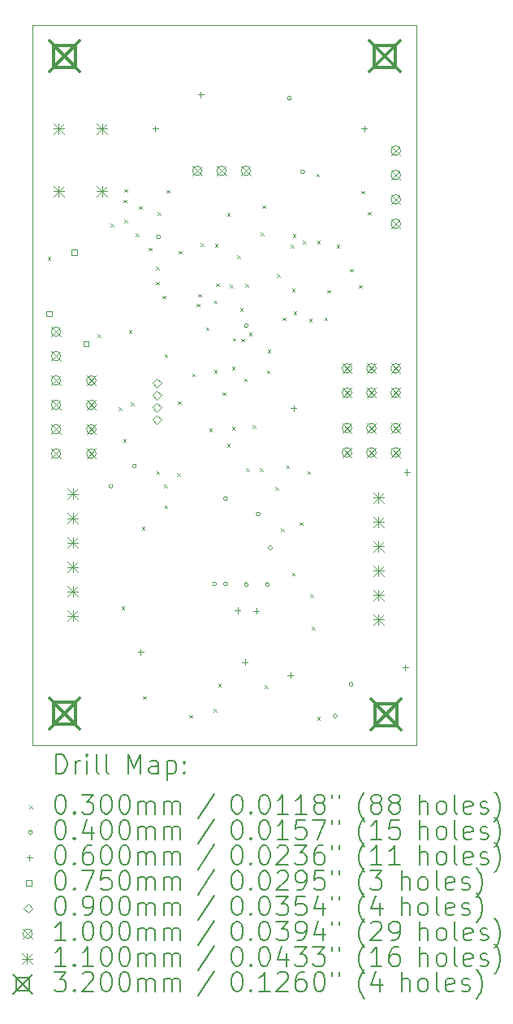
<source format=gbr>
%TF.GenerationSoftware,KiCad,Pcbnew,(7.0.0)*%
%TF.CreationDate,2023-07-06T15:25:36+01:00*%
%TF.ProjectId,wolf flight comp,776f6c66-2066-46c6-9967-687420636f6d,rev?*%
%TF.SameCoordinates,Original*%
%TF.FileFunction,Drillmap*%
%TF.FilePolarity,Positive*%
%FSLAX45Y45*%
G04 Gerber Fmt 4.5, Leading zero omitted, Abs format (unit mm)*
G04 Created by KiCad (PCBNEW (7.0.0)) date 2023-07-06 15:25:36*
%MOMM*%
%LPD*%
G01*
G04 APERTURE LIST*
%ADD10C,0.100000*%
%ADD11C,0.200000*%
%ADD12C,0.030000*%
%ADD13C,0.040000*%
%ADD14C,0.060000*%
%ADD15C,0.075000*%
%ADD16C,0.090000*%
%ADD17C,0.110000*%
%ADD18C,0.320000*%
G04 APERTURE END LIST*
D10*
X14414500Y-5517500D02*
X18414500Y-5517500D01*
X18414500Y-5517500D02*
X18414500Y-13017500D01*
X18414500Y-13017500D02*
X14414500Y-13017500D01*
X14414500Y-13017500D02*
X14414500Y-5517500D01*
D11*
D12*
X14570000Y-7932470D02*
X14600000Y-7962470D01*
X14600000Y-7932470D02*
X14570000Y-7962470D01*
X15090000Y-8740000D02*
X15120000Y-8770000D01*
X15120000Y-8740000D02*
X15090000Y-8770000D01*
X15225000Y-7585000D02*
X15255000Y-7615000D01*
X15255000Y-7585000D02*
X15225000Y-7615000D01*
X15310000Y-9500000D02*
X15340000Y-9530000D01*
X15340000Y-9500000D02*
X15310000Y-9530000D01*
X15340000Y-11575000D02*
X15370000Y-11605000D01*
X15370000Y-11575000D02*
X15340000Y-11605000D01*
X15355000Y-9830000D02*
X15385000Y-9860000D01*
X15385000Y-9830000D02*
X15355000Y-9860000D01*
X15360000Y-7335000D02*
X15390000Y-7365000D01*
X15390000Y-7335000D02*
X15360000Y-7365000D01*
X15370000Y-7225000D02*
X15400000Y-7255000D01*
X15400000Y-7225000D02*
X15370000Y-7255000D01*
X15370000Y-7545000D02*
X15400000Y-7575000D01*
X15400000Y-7545000D02*
X15370000Y-7575000D01*
X15415000Y-8695000D02*
X15445000Y-8725000D01*
X15445000Y-8695000D02*
X15415000Y-8725000D01*
X15435000Y-9450000D02*
X15465000Y-9480000D01*
X15465000Y-9450000D02*
X15435000Y-9480000D01*
X15490000Y-7690000D02*
X15520000Y-7720000D01*
X15520000Y-7690000D02*
X15490000Y-7720000D01*
X15520000Y-7405000D02*
X15550000Y-7435000D01*
X15550000Y-7405000D02*
X15520000Y-7435000D01*
X15550000Y-10745000D02*
X15580000Y-10775000D01*
X15580000Y-10745000D02*
X15550000Y-10775000D01*
X15562820Y-12509740D02*
X15592820Y-12539740D01*
X15592820Y-12509740D02*
X15562820Y-12539740D01*
X15625000Y-7835000D02*
X15655000Y-7865000D01*
X15655000Y-7835000D02*
X15625000Y-7865000D01*
X15700000Y-8035000D02*
X15730000Y-8065000D01*
X15730000Y-8035000D02*
X15700000Y-8065000D01*
X15700000Y-8190000D02*
X15730000Y-8220000D01*
X15730000Y-8190000D02*
X15700000Y-8220000D01*
X15705000Y-10165000D02*
X15735000Y-10195000D01*
X15735000Y-10165000D02*
X15705000Y-10195000D01*
X15715220Y-7467840D02*
X15745220Y-7497840D01*
X15745220Y-7467840D02*
X15715220Y-7497840D01*
X15765000Y-8335000D02*
X15795000Y-8365000D01*
X15795000Y-8335000D02*
X15765000Y-8365000D01*
X15785000Y-10305000D02*
X15815000Y-10335000D01*
X15815000Y-10305000D02*
X15785000Y-10335000D01*
X15788880Y-10520920D02*
X15818880Y-10550920D01*
X15818880Y-10520920D02*
X15788880Y-10550920D01*
X15790000Y-8946120D02*
X15820000Y-8976120D01*
X15820000Y-8946120D02*
X15790000Y-8976120D01*
X15810000Y-7235000D02*
X15840000Y-7265000D01*
X15840000Y-7235000D02*
X15810000Y-7265000D01*
X15920000Y-10185000D02*
X15950000Y-10215000D01*
X15950000Y-10185000D02*
X15920000Y-10215000D01*
X15929950Y-9435000D02*
X15959950Y-9465000D01*
X15959950Y-9435000D02*
X15929950Y-9465000D01*
X15935000Y-7870000D02*
X15965000Y-7900000D01*
X15965000Y-7870000D02*
X15935000Y-7900000D01*
X16045000Y-12705000D02*
X16075000Y-12735000D01*
X16075000Y-12705000D02*
X16045000Y-12735000D01*
X16075000Y-9150000D02*
X16105000Y-9180000D01*
X16105000Y-9150000D02*
X16075000Y-9180000D01*
X16125000Y-8420000D02*
X16155000Y-8450000D01*
X16155000Y-8420000D02*
X16125000Y-8450000D01*
X16140000Y-8320000D02*
X16170000Y-8350000D01*
X16170000Y-8320000D02*
X16140000Y-8350000D01*
X16165000Y-7790000D02*
X16195000Y-7820000D01*
X16195000Y-7790000D02*
X16165000Y-7820000D01*
X16220000Y-8665000D02*
X16250000Y-8695000D01*
X16250000Y-8665000D02*
X16220000Y-8695000D01*
X16253700Y-9720820D02*
X16283700Y-9750820D01*
X16283700Y-9720820D02*
X16253700Y-9750820D01*
X16299420Y-12639280D02*
X16329420Y-12669280D01*
X16329420Y-12639280D02*
X16299420Y-12669280D01*
X16305000Y-8385000D02*
X16335000Y-8415000D01*
X16335000Y-8385000D02*
X16305000Y-8415000D01*
X16305000Y-9110000D02*
X16335000Y-9140000D01*
X16335000Y-9110000D02*
X16305000Y-9140000D01*
X16315000Y-7800000D02*
X16345000Y-7830000D01*
X16345000Y-7800000D02*
X16315000Y-7830000D01*
X16325000Y-8210000D02*
X16355000Y-8240000D01*
X16355000Y-8210000D02*
X16325000Y-8240000D01*
X16347680Y-12380200D02*
X16377680Y-12410200D01*
X16377680Y-12380200D02*
X16347680Y-12410200D01*
X16395000Y-9345000D02*
X16425000Y-9375000D01*
X16425000Y-9345000D02*
X16395000Y-9375000D01*
X16440000Y-7475000D02*
X16470000Y-7505000D01*
X16470000Y-7475000D02*
X16440000Y-7505000D01*
X16440000Y-9880000D02*
X16470000Y-9910000D01*
X16470000Y-9880000D02*
X16440000Y-9910000D01*
X16470000Y-8220000D02*
X16500000Y-8250000D01*
X16500000Y-8220000D02*
X16470000Y-8250000D01*
X16490050Y-9075000D02*
X16520050Y-9105000D01*
X16520050Y-9075000D02*
X16490050Y-9105000D01*
X16492661Y-9702731D02*
X16522661Y-9732731D01*
X16522661Y-9702731D02*
X16492661Y-9732731D01*
X16500000Y-8775000D02*
X16530000Y-8805000D01*
X16530000Y-8775000D02*
X16500000Y-8805000D01*
X16545000Y-7915000D02*
X16575000Y-7945000D01*
X16575000Y-7915000D02*
X16545000Y-7945000D01*
X16575000Y-8465000D02*
X16605000Y-8495000D01*
X16605000Y-8465000D02*
X16575000Y-8495000D01*
X16587976Y-8784259D02*
X16617976Y-8814259D01*
X16617976Y-8784259D02*
X16587976Y-8814259D01*
X16620000Y-9200000D02*
X16650000Y-9230000D01*
X16650000Y-9200000D02*
X16620000Y-9230000D01*
X16630000Y-8215000D02*
X16660000Y-8245000D01*
X16660000Y-8215000D02*
X16630000Y-8245000D01*
X16640000Y-10135000D02*
X16670000Y-10165000D01*
X16670000Y-10135000D02*
X16640000Y-10165000D01*
X16670000Y-8720000D02*
X16700000Y-8750000D01*
X16700000Y-8720000D02*
X16670000Y-8750000D01*
X16705893Y-9684107D02*
X16735893Y-9714107D01*
X16735893Y-9684107D02*
X16705893Y-9714107D01*
X16785000Y-10135000D02*
X16815000Y-10165000D01*
X16815000Y-10135000D02*
X16785000Y-10165000D01*
X16790000Y-7680000D02*
X16820000Y-7710000D01*
X16820000Y-7680000D02*
X16790000Y-7710000D01*
X16810000Y-7395000D02*
X16840000Y-7425000D01*
X16840000Y-7395000D02*
X16810000Y-7425000D01*
X16835000Y-12395200D02*
X16865000Y-12425200D01*
X16865000Y-12395200D02*
X16835000Y-12425200D01*
X16855000Y-9115000D02*
X16885000Y-9145000D01*
X16885000Y-9115000D02*
X16855000Y-9145000D01*
X16865000Y-8900000D02*
X16895000Y-8930000D01*
X16895000Y-8900000D02*
X16865000Y-8930000D01*
X16945000Y-10330000D02*
X16975000Y-10360000D01*
X16975000Y-10330000D02*
X16945000Y-10360000D01*
X16960000Y-8110000D02*
X16990000Y-8140000D01*
X16990000Y-8110000D02*
X16960000Y-8140000D01*
X17002428Y-10761037D02*
X17032428Y-10791037D01*
X17032428Y-10761037D02*
X17002428Y-10791037D01*
X17020000Y-8565000D02*
X17050000Y-8595000D01*
X17050000Y-8565000D02*
X17020000Y-8595000D01*
X17060000Y-10105000D02*
X17090000Y-10135000D01*
X17090000Y-10105000D02*
X17060000Y-10135000D01*
X17105000Y-7805050D02*
X17135000Y-7835050D01*
X17135000Y-7805050D02*
X17105000Y-7835050D01*
X17117300Y-11221960D02*
X17147300Y-11251960D01*
X17147300Y-11221960D02*
X17117300Y-11251960D01*
X17118646Y-8263646D02*
X17148646Y-8293646D01*
X17148646Y-8263646D02*
X17118646Y-8293646D01*
X17125000Y-7695000D02*
X17155000Y-7725000D01*
X17155000Y-7695000D02*
X17125000Y-7725000D01*
X17135000Y-8500000D02*
X17165000Y-8530000D01*
X17165000Y-8500000D02*
X17135000Y-8530000D01*
X17198580Y-10698720D02*
X17228580Y-10728720D01*
X17228580Y-10698720D02*
X17198580Y-10728720D01*
X17230000Y-7765000D02*
X17260000Y-7795000D01*
X17260000Y-7765000D02*
X17230000Y-7795000D01*
X17280000Y-10165000D02*
X17310000Y-10195000D01*
X17310000Y-10165000D02*
X17280000Y-10195000D01*
X17295000Y-8575000D02*
X17325000Y-8605000D01*
X17325000Y-8575000D02*
X17295000Y-8605000D01*
X17310000Y-11445000D02*
X17340000Y-11475000D01*
X17340000Y-11445000D02*
X17310000Y-11475000D01*
X17323589Y-11787422D02*
X17353589Y-11817422D01*
X17353589Y-11787422D02*
X17323589Y-11817422D01*
X17370000Y-7065000D02*
X17400000Y-7095000D01*
X17400000Y-7065000D02*
X17370000Y-7095000D01*
X17380000Y-7765000D02*
X17410000Y-7795000D01*
X17410000Y-7765000D02*
X17380000Y-7795000D01*
X17380000Y-12725000D02*
X17410000Y-12755000D01*
X17410000Y-12725000D02*
X17380000Y-12755000D01*
X17455000Y-8565000D02*
X17485000Y-8595000D01*
X17485000Y-8565000D02*
X17455000Y-8595000D01*
X17485000Y-8275000D02*
X17515000Y-8305000D01*
X17515000Y-8275000D02*
X17485000Y-8305000D01*
X17584950Y-7805000D02*
X17614950Y-7835000D01*
X17614950Y-7805000D02*
X17584950Y-7835000D01*
X17725000Y-8055000D02*
X17755000Y-8085000D01*
X17755000Y-8055000D02*
X17725000Y-8085000D01*
X17815000Y-8225000D02*
X17845000Y-8255000D01*
X17845000Y-8225000D02*
X17815000Y-8255000D01*
X17840000Y-7245000D02*
X17870000Y-7275000D01*
X17870000Y-7245000D02*
X17840000Y-7275000D01*
X17910000Y-7465000D02*
X17940000Y-7495000D01*
X17940000Y-7465000D02*
X17910000Y-7495000D01*
D13*
X15250000Y-10320000D02*
G75*
G03*
X15250000Y-10320000I-20000J0D01*
G01*
X15495000Y-10110000D02*
G75*
G03*
X15495000Y-10110000I-20000J0D01*
G01*
X15745000Y-7725050D02*
G75*
G03*
X15745000Y-7725050I-20000J0D01*
G01*
X16330000Y-11340000D02*
G75*
G03*
X16330000Y-11340000I-20000J0D01*
G01*
X16445000Y-10450000D02*
G75*
G03*
X16445000Y-10450000I-20000J0D01*
G01*
X16445000Y-11340000D02*
G75*
G03*
X16445000Y-11340000I-20000J0D01*
G01*
X16660000Y-8650000D02*
G75*
G03*
X16660000Y-8650000I-20000J0D01*
G01*
X16660000Y-11345000D02*
G75*
G03*
X16660000Y-11345000I-20000J0D01*
G01*
X16785000Y-10610000D02*
G75*
G03*
X16785000Y-10610000I-20000J0D01*
G01*
X16880000Y-11345000D02*
G75*
G03*
X16880000Y-11345000I-20000J0D01*
G01*
X16912500Y-10962500D02*
G75*
G03*
X16912500Y-10962500I-20000J0D01*
G01*
X17110000Y-6280000D02*
G75*
G03*
X17110000Y-6280000I-20000J0D01*
G01*
X17250000Y-7045000D02*
G75*
G03*
X17250000Y-7045000I-20000J0D01*
G01*
X17590000Y-12715000D02*
G75*
G03*
X17590000Y-12715000I-20000J0D01*
G01*
X17755000Y-12385000D02*
G75*
G03*
X17755000Y-12385000I-20000J0D01*
G01*
D14*
X15540000Y-12020000D02*
X15540000Y-12080000D01*
X15510000Y-12050000D02*
X15570000Y-12050000D01*
X15690000Y-6565000D02*
X15690000Y-6625000D01*
X15660000Y-6595000D02*
X15720000Y-6595000D01*
X16165000Y-6210000D02*
X16165000Y-6270000D01*
X16135000Y-6240000D02*
X16195000Y-6240000D01*
X16550000Y-11585000D02*
X16550000Y-11645000D01*
X16520000Y-11615000D02*
X16580000Y-11615000D01*
X16625000Y-12125000D02*
X16625000Y-12185000D01*
X16595000Y-12155000D02*
X16655000Y-12155000D01*
X16745000Y-11590000D02*
X16745000Y-11650000D01*
X16715000Y-11620000D02*
X16775000Y-11620000D01*
X17100000Y-12260000D02*
X17100000Y-12320000D01*
X17070000Y-12290000D02*
X17130000Y-12290000D01*
X17135000Y-9480000D02*
X17135000Y-9540000D01*
X17105000Y-9510000D02*
X17165000Y-9510000D01*
X17870000Y-6565000D02*
X17870000Y-6625000D01*
X17840000Y-6595000D02*
X17900000Y-6595000D01*
X18300000Y-12180000D02*
X18300000Y-12240000D01*
X18270000Y-12210000D02*
X18330000Y-12210000D01*
X18315000Y-10145000D02*
X18315000Y-10205000D01*
X18285000Y-10175000D02*
X18345000Y-10175000D01*
D15*
X14611567Y-8551517D02*
X14611567Y-8498483D01*
X14558533Y-8498483D01*
X14558533Y-8551517D01*
X14611567Y-8551517D01*
X14872817Y-7910677D02*
X14872817Y-7857643D01*
X14819783Y-7857643D01*
X14819783Y-7910677D01*
X14872817Y-7910677D01*
X14996517Y-8861517D02*
X14996517Y-8808483D01*
X14943483Y-8808483D01*
X14943483Y-8861517D01*
X14996517Y-8861517D01*
D16*
X15709900Y-9290600D02*
X15754900Y-9245600D01*
X15709900Y-9200600D01*
X15664900Y-9245600D01*
X15709900Y-9290600D01*
X15709900Y-9417600D02*
X15754900Y-9372600D01*
X15709900Y-9327600D01*
X15664900Y-9372600D01*
X15709900Y-9417600D01*
X15709900Y-9544600D02*
X15754900Y-9499600D01*
X15709900Y-9454600D01*
X15664900Y-9499600D01*
X15709900Y-9544600D01*
X15709900Y-9671600D02*
X15754900Y-9626600D01*
X15709900Y-9581600D01*
X15664900Y-9626600D01*
X15709900Y-9671600D01*
D10*
X14605800Y-8662200D02*
X14705800Y-8762200D01*
X14705800Y-8662200D02*
X14605800Y-8762200D01*
X14705800Y-8712200D02*
G75*
G03*
X14705800Y-8712200I-50000J0D01*
G01*
X14605800Y-8916200D02*
X14705800Y-9016200D01*
X14705800Y-8916200D02*
X14605800Y-9016200D01*
X14705800Y-8966200D02*
G75*
G03*
X14705800Y-8966200I-50000J0D01*
G01*
X14605800Y-9170200D02*
X14705800Y-9270200D01*
X14705800Y-9170200D02*
X14605800Y-9270200D01*
X14705800Y-9220200D02*
G75*
G03*
X14705800Y-9220200I-50000J0D01*
G01*
X14605800Y-9424200D02*
X14705800Y-9524200D01*
X14705800Y-9424200D02*
X14605800Y-9524200D01*
X14705800Y-9474200D02*
G75*
G03*
X14705800Y-9474200I-50000J0D01*
G01*
X14605800Y-9678200D02*
X14705800Y-9778200D01*
X14705800Y-9678200D02*
X14605800Y-9778200D01*
X14705800Y-9728200D02*
G75*
G03*
X14705800Y-9728200I-50000J0D01*
G01*
X14605800Y-9932200D02*
X14705800Y-10032200D01*
X14705800Y-9932200D02*
X14605800Y-10032200D01*
X14705800Y-9982200D02*
G75*
G03*
X14705800Y-9982200I-50000J0D01*
G01*
X14974100Y-9170200D02*
X15074100Y-9270200D01*
X15074100Y-9170200D02*
X14974100Y-9270200D01*
X15074100Y-9220200D02*
G75*
G03*
X15074100Y-9220200I-50000J0D01*
G01*
X14974100Y-9424200D02*
X15074100Y-9524200D01*
X15074100Y-9424200D02*
X14974100Y-9524200D01*
X15074100Y-9474200D02*
G75*
G03*
X15074100Y-9474200I-50000J0D01*
G01*
X14974100Y-9678200D02*
X15074100Y-9778200D01*
X15074100Y-9678200D02*
X14974100Y-9778200D01*
X15074100Y-9728200D02*
G75*
G03*
X15074100Y-9728200I-50000J0D01*
G01*
X14974100Y-9932200D02*
X15074100Y-10032200D01*
X15074100Y-9932200D02*
X14974100Y-10032200D01*
X15074100Y-9982200D02*
G75*
G03*
X15074100Y-9982200I-50000J0D01*
G01*
X16079000Y-6985800D02*
X16179000Y-7085800D01*
X16179000Y-6985800D02*
X16079000Y-7085800D01*
X16179000Y-7035800D02*
G75*
G03*
X16179000Y-7035800I-50000J0D01*
G01*
X16333000Y-6985800D02*
X16433000Y-7085800D01*
X16433000Y-6985800D02*
X16333000Y-7085800D01*
X16433000Y-7035800D02*
G75*
G03*
X16433000Y-7035800I-50000J0D01*
G01*
X16587000Y-6985800D02*
X16687000Y-7085800D01*
X16687000Y-6985800D02*
X16587000Y-7085800D01*
X16687000Y-7035800D02*
G75*
G03*
X16687000Y-7035800I-50000J0D01*
G01*
X17641100Y-9043200D02*
X17741100Y-9143200D01*
X17741100Y-9043200D02*
X17641100Y-9143200D01*
X17741100Y-9093200D02*
G75*
G03*
X17741100Y-9093200I-50000J0D01*
G01*
X17641100Y-9297200D02*
X17741100Y-9397200D01*
X17741100Y-9297200D02*
X17641100Y-9397200D01*
X17741100Y-9347200D02*
G75*
G03*
X17741100Y-9347200I-50000J0D01*
G01*
X17641100Y-9665500D02*
X17741100Y-9765500D01*
X17741100Y-9665500D02*
X17641100Y-9765500D01*
X17741100Y-9715500D02*
G75*
G03*
X17741100Y-9715500I-50000J0D01*
G01*
X17641100Y-9919500D02*
X17741100Y-10019500D01*
X17741100Y-9919500D02*
X17641100Y-10019500D01*
X17741100Y-9969500D02*
G75*
G03*
X17741100Y-9969500I-50000J0D01*
G01*
X17895100Y-9043200D02*
X17995100Y-9143200D01*
X17995100Y-9043200D02*
X17895100Y-9143200D01*
X17995100Y-9093200D02*
G75*
G03*
X17995100Y-9093200I-50000J0D01*
G01*
X17895100Y-9297200D02*
X17995100Y-9397200D01*
X17995100Y-9297200D02*
X17895100Y-9397200D01*
X17995100Y-9347200D02*
G75*
G03*
X17995100Y-9347200I-50000J0D01*
G01*
X17895100Y-9665500D02*
X17995100Y-9765500D01*
X17995100Y-9665500D02*
X17895100Y-9765500D01*
X17995100Y-9715500D02*
G75*
G03*
X17995100Y-9715500I-50000J0D01*
G01*
X17895100Y-9919500D02*
X17995100Y-10019500D01*
X17995100Y-9919500D02*
X17895100Y-10019500D01*
X17995100Y-9969500D02*
G75*
G03*
X17995100Y-9969500I-50000J0D01*
G01*
X18149100Y-9043200D02*
X18249100Y-9143200D01*
X18249100Y-9043200D02*
X18149100Y-9143200D01*
X18249100Y-9093200D02*
G75*
G03*
X18249100Y-9093200I-50000J0D01*
G01*
X18149100Y-9297200D02*
X18249100Y-9397200D01*
X18249100Y-9297200D02*
X18149100Y-9397200D01*
X18249100Y-9347200D02*
G75*
G03*
X18249100Y-9347200I-50000J0D01*
G01*
X18149100Y-9665500D02*
X18249100Y-9765500D01*
X18249100Y-9665500D02*
X18149100Y-9765500D01*
X18249100Y-9715500D02*
G75*
G03*
X18249100Y-9715500I-50000J0D01*
G01*
X18149100Y-9919500D02*
X18249100Y-10019500D01*
X18249100Y-9919500D02*
X18149100Y-10019500D01*
X18249100Y-9969500D02*
G75*
G03*
X18249100Y-9969500I-50000J0D01*
G01*
X18150000Y-6776000D02*
X18250000Y-6876000D01*
X18250000Y-6776000D02*
X18150000Y-6876000D01*
X18250000Y-6826000D02*
G75*
G03*
X18250000Y-6826000I-50000J0D01*
G01*
X18150000Y-7030000D02*
X18250000Y-7130000D01*
X18250000Y-7030000D02*
X18150000Y-7130000D01*
X18250000Y-7080000D02*
G75*
G03*
X18250000Y-7080000I-50000J0D01*
G01*
X18150000Y-7284000D02*
X18250000Y-7384000D01*
X18250000Y-7284000D02*
X18150000Y-7384000D01*
X18250000Y-7334000D02*
G75*
G03*
X18250000Y-7334000I-50000J0D01*
G01*
X18150000Y-7538000D02*
X18250000Y-7638000D01*
X18250000Y-7538000D02*
X18150000Y-7638000D01*
X18250000Y-7588000D02*
G75*
G03*
X18250000Y-7588000I-50000J0D01*
G01*
D17*
X14629800Y-6541500D02*
X14739800Y-6651500D01*
X14739800Y-6541500D02*
X14629800Y-6651500D01*
X14684800Y-6541500D02*
X14684800Y-6651500D01*
X14629800Y-6596500D02*
X14739800Y-6596500D01*
X14629800Y-7191500D02*
X14739800Y-7301500D01*
X14739800Y-7191500D02*
X14629800Y-7301500D01*
X14684800Y-7191500D02*
X14684800Y-7301500D01*
X14629800Y-7246500D02*
X14739800Y-7246500D01*
X14778600Y-10346300D02*
X14888600Y-10456300D01*
X14888600Y-10346300D02*
X14778600Y-10456300D01*
X14833600Y-10346300D02*
X14833600Y-10456300D01*
X14778600Y-10401300D02*
X14888600Y-10401300D01*
X14778600Y-10600300D02*
X14888600Y-10710300D01*
X14888600Y-10600300D02*
X14778600Y-10710300D01*
X14833600Y-10600300D02*
X14833600Y-10710300D01*
X14778600Y-10655300D02*
X14888600Y-10655300D01*
X14778600Y-10854300D02*
X14888600Y-10964300D01*
X14888600Y-10854300D02*
X14778600Y-10964300D01*
X14833600Y-10854300D02*
X14833600Y-10964300D01*
X14778600Y-10909300D02*
X14888600Y-10909300D01*
X14778600Y-11108300D02*
X14888600Y-11218300D01*
X14888600Y-11108300D02*
X14778600Y-11218300D01*
X14833600Y-11108300D02*
X14833600Y-11218300D01*
X14778600Y-11163300D02*
X14888600Y-11163300D01*
X14778600Y-11362300D02*
X14888600Y-11472300D01*
X14888600Y-11362300D02*
X14778600Y-11472300D01*
X14833600Y-11362300D02*
X14833600Y-11472300D01*
X14778600Y-11417300D02*
X14888600Y-11417300D01*
X14778600Y-11616300D02*
X14888600Y-11726300D01*
X14888600Y-11616300D02*
X14778600Y-11726300D01*
X14833600Y-11616300D02*
X14833600Y-11726300D01*
X14778600Y-11671300D02*
X14888600Y-11671300D01*
X15079800Y-6541500D02*
X15189800Y-6651500D01*
X15189800Y-6541500D02*
X15079800Y-6651500D01*
X15134800Y-6541500D02*
X15134800Y-6651500D01*
X15079800Y-6596500D02*
X15189800Y-6596500D01*
X15079800Y-7191500D02*
X15189800Y-7301500D01*
X15189800Y-7191500D02*
X15079800Y-7301500D01*
X15134800Y-7191500D02*
X15134800Y-7301500D01*
X15079800Y-7246500D02*
X15189800Y-7246500D01*
X17966300Y-10384400D02*
X18076300Y-10494400D01*
X18076300Y-10384400D02*
X17966300Y-10494400D01*
X18021300Y-10384400D02*
X18021300Y-10494400D01*
X17966300Y-10439400D02*
X18076300Y-10439400D01*
X17966300Y-10638400D02*
X18076300Y-10748400D01*
X18076300Y-10638400D02*
X17966300Y-10748400D01*
X18021300Y-10638400D02*
X18021300Y-10748400D01*
X17966300Y-10693400D02*
X18076300Y-10693400D01*
X17966300Y-10892400D02*
X18076300Y-11002400D01*
X18076300Y-10892400D02*
X17966300Y-11002400D01*
X18021300Y-10892400D02*
X18021300Y-11002400D01*
X17966300Y-10947400D02*
X18076300Y-10947400D01*
X17966300Y-11146400D02*
X18076300Y-11256400D01*
X18076300Y-11146400D02*
X17966300Y-11256400D01*
X18021300Y-11146400D02*
X18021300Y-11256400D01*
X17966300Y-11201400D02*
X18076300Y-11201400D01*
X17966300Y-11400400D02*
X18076300Y-11510400D01*
X18076300Y-11400400D02*
X17966300Y-11510400D01*
X18021300Y-11400400D02*
X18021300Y-11510400D01*
X17966300Y-11455400D02*
X18076300Y-11455400D01*
X17966300Y-11654400D02*
X18076300Y-11764400D01*
X18076300Y-11654400D02*
X17966300Y-11764400D01*
X18021300Y-11654400D02*
X18021300Y-11764400D01*
X17966300Y-11709400D02*
X18076300Y-11709400D01*
D18*
X14584700Y-5682000D02*
X14904700Y-6002000D01*
X14904700Y-5682000D02*
X14584700Y-6002000D01*
X14857838Y-5955138D02*
X14857838Y-5728862D01*
X14631562Y-5728862D01*
X14631562Y-5955138D01*
X14857838Y-5955138D01*
X14584700Y-12527300D02*
X14904700Y-12847300D01*
X14904700Y-12527300D02*
X14584700Y-12847300D01*
X14857838Y-12800438D02*
X14857838Y-12574162D01*
X14631562Y-12574162D01*
X14631562Y-12800438D01*
X14857838Y-12800438D01*
X17924800Y-5682000D02*
X18244800Y-6002000D01*
X18244800Y-5682000D02*
X17924800Y-6002000D01*
X18197938Y-5955138D02*
X18197938Y-5728862D01*
X17971662Y-5728862D01*
X17971662Y-5955138D01*
X18197938Y-5955138D01*
X17937500Y-12540000D02*
X18257500Y-12860000D01*
X18257500Y-12540000D02*
X17937500Y-12860000D01*
X18210638Y-12813138D02*
X18210638Y-12586862D01*
X17984362Y-12586862D01*
X17984362Y-12813138D01*
X18210638Y-12813138D01*
D11*
X14657119Y-13315976D02*
X14657119Y-13115976D01*
X14657119Y-13115976D02*
X14704738Y-13115976D01*
X14704738Y-13115976D02*
X14733309Y-13125500D01*
X14733309Y-13125500D02*
X14752357Y-13144548D01*
X14752357Y-13144548D02*
X14761881Y-13163595D01*
X14761881Y-13163595D02*
X14771405Y-13201690D01*
X14771405Y-13201690D02*
X14771405Y-13230262D01*
X14771405Y-13230262D02*
X14761881Y-13268357D01*
X14761881Y-13268357D02*
X14752357Y-13287405D01*
X14752357Y-13287405D02*
X14733309Y-13306452D01*
X14733309Y-13306452D02*
X14704738Y-13315976D01*
X14704738Y-13315976D02*
X14657119Y-13315976D01*
X14857119Y-13315976D02*
X14857119Y-13182643D01*
X14857119Y-13220738D02*
X14866643Y-13201690D01*
X14866643Y-13201690D02*
X14876167Y-13192167D01*
X14876167Y-13192167D02*
X14895214Y-13182643D01*
X14895214Y-13182643D02*
X14914262Y-13182643D01*
X14980928Y-13315976D02*
X14980928Y-13182643D01*
X14980928Y-13115976D02*
X14971405Y-13125500D01*
X14971405Y-13125500D02*
X14980928Y-13135024D01*
X14980928Y-13135024D02*
X14990452Y-13125500D01*
X14990452Y-13125500D02*
X14980928Y-13115976D01*
X14980928Y-13115976D02*
X14980928Y-13135024D01*
X15104738Y-13315976D02*
X15085690Y-13306452D01*
X15085690Y-13306452D02*
X15076167Y-13287405D01*
X15076167Y-13287405D02*
X15076167Y-13115976D01*
X15209500Y-13315976D02*
X15190452Y-13306452D01*
X15190452Y-13306452D02*
X15180928Y-13287405D01*
X15180928Y-13287405D02*
X15180928Y-13115976D01*
X15405690Y-13315976D02*
X15405690Y-13115976D01*
X15405690Y-13115976D02*
X15472357Y-13258833D01*
X15472357Y-13258833D02*
X15539024Y-13115976D01*
X15539024Y-13115976D02*
X15539024Y-13315976D01*
X15719976Y-13315976D02*
X15719976Y-13211214D01*
X15719976Y-13211214D02*
X15710452Y-13192167D01*
X15710452Y-13192167D02*
X15691405Y-13182643D01*
X15691405Y-13182643D02*
X15653309Y-13182643D01*
X15653309Y-13182643D02*
X15634262Y-13192167D01*
X15719976Y-13306452D02*
X15700928Y-13315976D01*
X15700928Y-13315976D02*
X15653309Y-13315976D01*
X15653309Y-13315976D02*
X15634262Y-13306452D01*
X15634262Y-13306452D02*
X15624738Y-13287405D01*
X15624738Y-13287405D02*
X15624738Y-13268357D01*
X15624738Y-13268357D02*
X15634262Y-13249309D01*
X15634262Y-13249309D02*
X15653309Y-13239786D01*
X15653309Y-13239786D02*
X15700928Y-13239786D01*
X15700928Y-13239786D02*
X15719976Y-13230262D01*
X15815214Y-13182643D02*
X15815214Y-13382643D01*
X15815214Y-13192167D02*
X15834262Y-13182643D01*
X15834262Y-13182643D02*
X15872357Y-13182643D01*
X15872357Y-13182643D02*
X15891405Y-13192167D01*
X15891405Y-13192167D02*
X15900928Y-13201690D01*
X15900928Y-13201690D02*
X15910452Y-13220738D01*
X15910452Y-13220738D02*
X15910452Y-13277881D01*
X15910452Y-13277881D02*
X15900928Y-13296928D01*
X15900928Y-13296928D02*
X15891405Y-13306452D01*
X15891405Y-13306452D02*
X15872357Y-13315976D01*
X15872357Y-13315976D02*
X15834262Y-13315976D01*
X15834262Y-13315976D02*
X15815214Y-13306452D01*
X15996167Y-13296928D02*
X16005690Y-13306452D01*
X16005690Y-13306452D02*
X15996167Y-13315976D01*
X15996167Y-13315976D02*
X15986643Y-13306452D01*
X15986643Y-13306452D02*
X15996167Y-13296928D01*
X15996167Y-13296928D02*
X15996167Y-13315976D01*
X15996167Y-13192167D02*
X16005690Y-13201690D01*
X16005690Y-13201690D02*
X15996167Y-13211214D01*
X15996167Y-13211214D02*
X15986643Y-13201690D01*
X15986643Y-13201690D02*
X15996167Y-13192167D01*
X15996167Y-13192167D02*
X15996167Y-13211214D01*
D12*
X14379500Y-13647500D02*
X14409500Y-13677500D01*
X14409500Y-13647500D02*
X14379500Y-13677500D01*
D11*
X14695214Y-13535976D02*
X14714262Y-13535976D01*
X14714262Y-13535976D02*
X14733309Y-13545500D01*
X14733309Y-13545500D02*
X14742833Y-13555024D01*
X14742833Y-13555024D02*
X14752357Y-13574071D01*
X14752357Y-13574071D02*
X14761881Y-13612167D01*
X14761881Y-13612167D02*
X14761881Y-13659786D01*
X14761881Y-13659786D02*
X14752357Y-13697881D01*
X14752357Y-13697881D02*
X14742833Y-13716928D01*
X14742833Y-13716928D02*
X14733309Y-13726452D01*
X14733309Y-13726452D02*
X14714262Y-13735976D01*
X14714262Y-13735976D02*
X14695214Y-13735976D01*
X14695214Y-13735976D02*
X14676167Y-13726452D01*
X14676167Y-13726452D02*
X14666643Y-13716928D01*
X14666643Y-13716928D02*
X14657119Y-13697881D01*
X14657119Y-13697881D02*
X14647595Y-13659786D01*
X14647595Y-13659786D02*
X14647595Y-13612167D01*
X14647595Y-13612167D02*
X14657119Y-13574071D01*
X14657119Y-13574071D02*
X14666643Y-13555024D01*
X14666643Y-13555024D02*
X14676167Y-13545500D01*
X14676167Y-13545500D02*
X14695214Y-13535976D01*
X14847595Y-13716928D02*
X14857119Y-13726452D01*
X14857119Y-13726452D02*
X14847595Y-13735976D01*
X14847595Y-13735976D02*
X14838071Y-13726452D01*
X14838071Y-13726452D02*
X14847595Y-13716928D01*
X14847595Y-13716928D02*
X14847595Y-13735976D01*
X14923786Y-13535976D02*
X15047595Y-13535976D01*
X15047595Y-13535976D02*
X14980928Y-13612167D01*
X14980928Y-13612167D02*
X15009500Y-13612167D01*
X15009500Y-13612167D02*
X15028548Y-13621690D01*
X15028548Y-13621690D02*
X15038071Y-13631214D01*
X15038071Y-13631214D02*
X15047595Y-13650262D01*
X15047595Y-13650262D02*
X15047595Y-13697881D01*
X15047595Y-13697881D02*
X15038071Y-13716928D01*
X15038071Y-13716928D02*
X15028548Y-13726452D01*
X15028548Y-13726452D02*
X15009500Y-13735976D01*
X15009500Y-13735976D02*
X14952357Y-13735976D01*
X14952357Y-13735976D02*
X14933309Y-13726452D01*
X14933309Y-13726452D02*
X14923786Y-13716928D01*
X15171405Y-13535976D02*
X15190452Y-13535976D01*
X15190452Y-13535976D02*
X15209500Y-13545500D01*
X15209500Y-13545500D02*
X15219024Y-13555024D01*
X15219024Y-13555024D02*
X15228548Y-13574071D01*
X15228548Y-13574071D02*
X15238071Y-13612167D01*
X15238071Y-13612167D02*
X15238071Y-13659786D01*
X15238071Y-13659786D02*
X15228548Y-13697881D01*
X15228548Y-13697881D02*
X15219024Y-13716928D01*
X15219024Y-13716928D02*
X15209500Y-13726452D01*
X15209500Y-13726452D02*
X15190452Y-13735976D01*
X15190452Y-13735976D02*
X15171405Y-13735976D01*
X15171405Y-13735976D02*
X15152357Y-13726452D01*
X15152357Y-13726452D02*
X15142833Y-13716928D01*
X15142833Y-13716928D02*
X15133309Y-13697881D01*
X15133309Y-13697881D02*
X15123786Y-13659786D01*
X15123786Y-13659786D02*
X15123786Y-13612167D01*
X15123786Y-13612167D02*
X15133309Y-13574071D01*
X15133309Y-13574071D02*
X15142833Y-13555024D01*
X15142833Y-13555024D02*
X15152357Y-13545500D01*
X15152357Y-13545500D02*
X15171405Y-13535976D01*
X15361881Y-13535976D02*
X15380929Y-13535976D01*
X15380929Y-13535976D02*
X15399976Y-13545500D01*
X15399976Y-13545500D02*
X15409500Y-13555024D01*
X15409500Y-13555024D02*
X15419024Y-13574071D01*
X15419024Y-13574071D02*
X15428548Y-13612167D01*
X15428548Y-13612167D02*
X15428548Y-13659786D01*
X15428548Y-13659786D02*
X15419024Y-13697881D01*
X15419024Y-13697881D02*
X15409500Y-13716928D01*
X15409500Y-13716928D02*
X15399976Y-13726452D01*
X15399976Y-13726452D02*
X15380929Y-13735976D01*
X15380929Y-13735976D02*
X15361881Y-13735976D01*
X15361881Y-13735976D02*
X15342833Y-13726452D01*
X15342833Y-13726452D02*
X15333309Y-13716928D01*
X15333309Y-13716928D02*
X15323786Y-13697881D01*
X15323786Y-13697881D02*
X15314262Y-13659786D01*
X15314262Y-13659786D02*
X15314262Y-13612167D01*
X15314262Y-13612167D02*
X15323786Y-13574071D01*
X15323786Y-13574071D02*
X15333309Y-13555024D01*
X15333309Y-13555024D02*
X15342833Y-13545500D01*
X15342833Y-13545500D02*
X15361881Y-13535976D01*
X15514262Y-13735976D02*
X15514262Y-13602643D01*
X15514262Y-13621690D02*
X15523786Y-13612167D01*
X15523786Y-13612167D02*
X15542833Y-13602643D01*
X15542833Y-13602643D02*
X15571405Y-13602643D01*
X15571405Y-13602643D02*
X15590452Y-13612167D01*
X15590452Y-13612167D02*
X15599976Y-13631214D01*
X15599976Y-13631214D02*
X15599976Y-13735976D01*
X15599976Y-13631214D02*
X15609500Y-13612167D01*
X15609500Y-13612167D02*
X15628548Y-13602643D01*
X15628548Y-13602643D02*
X15657119Y-13602643D01*
X15657119Y-13602643D02*
X15676167Y-13612167D01*
X15676167Y-13612167D02*
X15685690Y-13631214D01*
X15685690Y-13631214D02*
X15685690Y-13735976D01*
X15780929Y-13735976D02*
X15780929Y-13602643D01*
X15780929Y-13621690D02*
X15790452Y-13612167D01*
X15790452Y-13612167D02*
X15809500Y-13602643D01*
X15809500Y-13602643D02*
X15838071Y-13602643D01*
X15838071Y-13602643D02*
X15857119Y-13612167D01*
X15857119Y-13612167D02*
X15866643Y-13631214D01*
X15866643Y-13631214D02*
X15866643Y-13735976D01*
X15866643Y-13631214D02*
X15876167Y-13612167D01*
X15876167Y-13612167D02*
X15895214Y-13602643D01*
X15895214Y-13602643D02*
X15923786Y-13602643D01*
X15923786Y-13602643D02*
X15942833Y-13612167D01*
X15942833Y-13612167D02*
X15952357Y-13631214D01*
X15952357Y-13631214D02*
X15952357Y-13735976D01*
X16310452Y-13526452D02*
X16139024Y-13783595D01*
X16535214Y-13535976D02*
X16554262Y-13535976D01*
X16554262Y-13535976D02*
X16573310Y-13545500D01*
X16573310Y-13545500D02*
X16582833Y-13555024D01*
X16582833Y-13555024D02*
X16592357Y-13574071D01*
X16592357Y-13574071D02*
X16601881Y-13612167D01*
X16601881Y-13612167D02*
X16601881Y-13659786D01*
X16601881Y-13659786D02*
X16592357Y-13697881D01*
X16592357Y-13697881D02*
X16582833Y-13716928D01*
X16582833Y-13716928D02*
X16573310Y-13726452D01*
X16573310Y-13726452D02*
X16554262Y-13735976D01*
X16554262Y-13735976D02*
X16535214Y-13735976D01*
X16535214Y-13735976D02*
X16516167Y-13726452D01*
X16516167Y-13726452D02*
X16506643Y-13716928D01*
X16506643Y-13716928D02*
X16497119Y-13697881D01*
X16497119Y-13697881D02*
X16487595Y-13659786D01*
X16487595Y-13659786D02*
X16487595Y-13612167D01*
X16487595Y-13612167D02*
X16497119Y-13574071D01*
X16497119Y-13574071D02*
X16506643Y-13555024D01*
X16506643Y-13555024D02*
X16516167Y-13545500D01*
X16516167Y-13545500D02*
X16535214Y-13535976D01*
X16687595Y-13716928D02*
X16697119Y-13726452D01*
X16697119Y-13726452D02*
X16687595Y-13735976D01*
X16687595Y-13735976D02*
X16678071Y-13726452D01*
X16678071Y-13726452D02*
X16687595Y-13716928D01*
X16687595Y-13716928D02*
X16687595Y-13735976D01*
X16820929Y-13535976D02*
X16839976Y-13535976D01*
X16839976Y-13535976D02*
X16859024Y-13545500D01*
X16859024Y-13545500D02*
X16868548Y-13555024D01*
X16868548Y-13555024D02*
X16878072Y-13574071D01*
X16878072Y-13574071D02*
X16887595Y-13612167D01*
X16887595Y-13612167D02*
X16887595Y-13659786D01*
X16887595Y-13659786D02*
X16878072Y-13697881D01*
X16878072Y-13697881D02*
X16868548Y-13716928D01*
X16868548Y-13716928D02*
X16859024Y-13726452D01*
X16859024Y-13726452D02*
X16839976Y-13735976D01*
X16839976Y-13735976D02*
X16820929Y-13735976D01*
X16820929Y-13735976D02*
X16801881Y-13726452D01*
X16801881Y-13726452D02*
X16792357Y-13716928D01*
X16792357Y-13716928D02*
X16782833Y-13697881D01*
X16782833Y-13697881D02*
X16773310Y-13659786D01*
X16773310Y-13659786D02*
X16773310Y-13612167D01*
X16773310Y-13612167D02*
X16782833Y-13574071D01*
X16782833Y-13574071D02*
X16792357Y-13555024D01*
X16792357Y-13555024D02*
X16801881Y-13545500D01*
X16801881Y-13545500D02*
X16820929Y-13535976D01*
X17078072Y-13735976D02*
X16963786Y-13735976D01*
X17020929Y-13735976D02*
X17020929Y-13535976D01*
X17020929Y-13535976D02*
X17001881Y-13564548D01*
X17001881Y-13564548D02*
X16982833Y-13583595D01*
X16982833Y-13583595D02*
X16963786Y-13593119D01*
X17268548Y-13735976D02*
X17154262Y-13735976D01*
X17211405Y-13735976D02*
X17211405Y-13535976D01*
X17211405Y-13535976D02*
X17192357Y-13564548D01*
X17192357Y-13564548D02*
X17173310Y-13583595D01*
X17173310Y-13583595D02*
X17154262Y-13593119D01*
X17382833Y-13621690D02*
X17363786Y-13612167D01*
X17363786Y-13612167D02*
X17354262Y-13602643D01*
X17354262Y-13602643D02*
X17344738Y-13583595D01*
X17344738Y-13583595D02*
X17344738Y-13574071D01*
X17344738Y-13574071D02*
X17354262Y-13555024D01*
X17354262Y-13555024D02*
X17363786Y-13545500D01*
X17363786Y-13545500D02*
X17382833Y-13535976D01*
X17382833Y-13535976D02*
X17420929Y-13535976D01*
X17420929Y-13535976D02*
X17439976Y-13545500D01*
X17439976Y-13545500D02*
X17449500Y-13555024D01*
X17449500Y-13555024D02*
X17459024Y-13574071D01*
X17459024Y-13574071D02*
X17459024Y-13583595D01*
X17459024Y-13583595D02*
X17449500Y-13602643D01*
X17449500Y-13602643D02*
X17439976Y-13612167D01*
X17439976Y-13612167D02*
X17420929Y-13621690D01*
X17420929Y-13621690D02*
X17382833Y-13621690D01*
X17382833Y-13621690D02*
X17363786Y-13631214D01*
X17363786Y-13631214D02*
X17354262Y-13640738D01*
X17354262Y-13640738D02*
X17344738Y-13659786D01*
X17344738Y-13659786D02*
X17344738Y-13697881D01*
X17344738Y-13697881D02*
X17354262Y-13716928D01*
X17354262Y-13716928D02*
X17363786Y-13726452D01*
X17363786Y-13726452D02*
X17382833Y-13735976D01*
X17382833Y-13735976D02*
X17420929Y-13735976D01*
X17420929Y-13735976D02*
X17439976Y-13726452D01*
X17439976Y-13726452D02*
X17449500Y-13716928D01*
X17449500Y-13716928D02*
X17459024Y-13697881D01*
X17459024Y-13697881D02*
X17459024Y-13659786D01*
X17459024Y-13659786D02*
X17449500Y-13640738D01*
X17449500Y-13640738D02*
X17439976Y-13631214D01*
X17439976Y-13631214D02*
X17420929Y-13621690D01*
X17535214Y-13535976D02*
X17535214Y-13574071D01*
X17611405Y-13535976D02*
X17611405Y-13574071D01*
X17874262Y-13812167D02*
X17864738Y-13802643D01*
X17864738Y-13802643D02*
X17845691Y-13774071D01*
X17845691Y-13774071D02*
X17836167Y-13755024D01*
X17836167Y-13755024D02*
X17826643Y-13726452D01*
X17826643Y-13726452D02*
X17817119Y-13678833D01*
X17817119Y-13678833D02*
X17817119Y-13640738D01*
X17817119Y-13640738D02*
X17826643Y-13593119D01*
X17826643Y-13593119D02*
X17836167Y-13564548D01*
X17836167Y-13564548D02*
X17845691Y-13545500D01*
X17845691Y-13545500D02*
X17864738Y-13516928D01*
X17864738Y-13516928D02*
X17874262Y-13507405D01*
X17979024Y-13621690D02*
X17959976Y-13612167D01*
X17959976Y-13612167D02*
X17950453Y-13602643D01*
X17950453Y-13602643D02*
X17940929Y-13583595D01*
X17940929Y-13583595D02*
X17940929Y-13574071D01*
X17940929Y-13574071D02*
X17950453Y-13555024D01*
X17950453Y-13555024D02*
X17959976Y-13545500D01*
X17959976Y-13545500D02*
X17979024Y-13535976D01*
X17979024Y-13535976D02*
X18017119Y-13535976D01*
X18017119Y-13535976D02*
X18036167Y-13545500D01*
X18036167Y-13545500D02*
X18045691Y-13555024D01*
X18045691Y-13555024D02*
X18055214Y-13574071D01*
X18055214Y-13574071D02*
X18055214Y-13583595D01*
X18055214Y-13583595D02*
X18045691Y-13602643D01*
X18045691Y-13602643D02*
X18036167Y-13612167D01*
X18036167Y-13612167D02*
X18017119Y-13621690D01*
X18017119Y-13621690D02*
X17979024Y-13621690D01*
X17979024Y-13621690D02*
X17959976Y-13631214D01*
X17959976Y-13631214D02*
X17950453Y-13640738D01*
X17950453Y-13640738D02*
X17940929Y-13659786D01*
X17940929Y-13659786D02*
X17940929Y-13697881D01*
X17940929Y-13697881D02*
X17950453Y-13716928D01*
X17950453Y-13716928D02*
X17959976Y-13726452D01*
X17959976Y-13726452D02*
X17979024Y-13735976D01*
X17979024Y-13735976D02*
X18017119Y-13735976D01*
X18017119Y-13735976D02*
X18036167Y-13726452D01*
X18036167Y-13726452D02*
X18045691Y-13716928D01*
X18045691Y-13716928D02*
X18055214Y-13697881D01*
X18055214Y-13697881D02*
X18055214Y-13659786D01*
X18055214Y-13659786D02*
X18045691Y-13640738D01*
X18045691Y-13640738D02*
X18036167Y-13631214D01*
X18036167Y-13631214D02*
X18017119Y-13621690D01*
X18169500Y-13621690D02*
X18150453Y-13612167D01*
X18150453Y-13612167D02*
X18140929Y-13602643D01*
X18140929Y-13602643D02*
X18131405Y-13583595D01*
X18131405Y-13583595D02*
X18131405Y-13574071D01*
X18131405Y-13574071D02*
X18140929Y-13555024D01*
X18140929Y-13555024D02*
X18150453Y-13545500D01*
X18150453Y-13545500D02*
X18169500Y-13535976D01*
X18169500Y-13535976D02*
X18207595Y-13535976D01*
X18207595Y-13535976D02*
X18226643Y-13545500D01*
X18226643Y-13545500D02*
X18236167Y-13555024D01*
X18236167Y-13555024D02*
X18245691Y-13574071D01*
X18245691Y-13574071D02*
X18245691Y-13583595D01*
X18245691Y-13583595D02*
X18236167Y-13602643D01*
X18236167Y-13602643D02*
X18226643Y-13612167D01*
X18226643Y-13612167D02*
X18207595Y-13621690D01*
X18207595Y-13621690D02*
X18169500Y-13621690D01*
X18169500Y-13621690D02*
X18150453Y-13631214D01*
X18150453Y-13631214D02*
X18140929Y-13640738D01*
X18140929Y-13640738D02*
X18131405Y-13659786D01*
X18131405Y-13659786D02*
X18131405Y-13697881D01*
X18131405Y-13697881D02*
X18140929Y-13716928D01*
X18140929Y-13716928D02*
X18150453Y-13726452D01*
X18150453Y-13726452D02*
X18169500Y-13735976D01*
X18169500Y-13735976D02*
X18207595Y-13735976D01*
X18207595Y-13735976D02*
X18226643Y-13726452D01*
X18226643Y-13726452D02*
X18236167Y-13716928D01*
X18236167Y-13716928D02*
X18245691Y-13697881D01*
X18245691Y-13697881D02*
X18245691Y-13659786D01*
X18245691Y-13659786D02*
X18236167Y-13640738D01*
X18236167Y-13640738D02*
X18226643Y-13631214D01*
X18226643Y-13631214D02*
X18207595Y-13621690D01*
X18451405Y-13735976D02*
X18451405Y-13535976D01*
X18537119Y-13735976D02*
X18537119Y-13631214D01*
X18537119Y-13631214D02*
X18527595Y-13612167D01*
X18527595Y-13612167D02*
X18508548Y-13602643D01*
X18508548Y-13602643D02*
X18479976Y-13602643D01*
X18479976Y-13602643D02*
X18460929Y-13612167D01*
X18460929Y-13612167D02*
X18451405Y-13621690D01*
X18660929Y-13735976D02*
X18641881Y-13726452D01*
X18641881Y-13726452D02*
X18632357Y-13716928D01*
X18632357Y-13716928D02*
X18622834Y-13697881D01*
X18622834Y-13697881D02*
X18622834Y-13640738D01*
X18622834Y-13640738D02*
X18632357Y-13621690D01*
X18632357Y-13621690D02*
X18641881Y-13612167D01*
X18641881Y-13612167D02*
X18660929Y-13602643D01*
X18660929Y-13602643D02*
X18689500Y-13602643D01*
X18689500Y-13602643D02*
X18708548Y-13612167D01*
X18708548Y-13612167D02*
X18718072Y-13621690D01*
X18718072Y-13621690D02*
X18727595Y-13640738D01*
X18727595Y-13640738D02*
X18727595Y-13697881D01*
X18727595Y-13697881D02*
X18718072Y-13716928D01*
X18718072Y-13716928D02*
X18708548Y-13726452D01*
X18708548Y-13726452D02*
X18689500Y-13735976D01*
X18689500Y-13735976D02*
X18660929Y-13735976D01*
X18841881Y-13735976D02*
X18822834Y-13726452D01*
X18822834Y-13726452D02*
X18813310Y-13707405D01*
X18813310Y-13707405D02*
X18813310Y-13535976D01*
X18994262Y-13726452D02*
X18975215Y-13735976D01*
X18975215Y-13735976D02*
X18937119Y-13735976D01*
X18937119Y-13735976D02*
X18918072Y-13726452D01*
X18918072Y-13726452D02*
X18908548Y-13707405D01*
X18908548Y-13707405D02*
X18908548Y-13631214D01*
X18908548Y-13631214D02*
X18918072Y-13612167D01*
X18918072Y-13612167D02*
X18937119Y-13602643D01*
X18937119Y-13602643D02*
X18975215Y-13602643D01*
X18975215Y-13602643D02*
X18994262Y-13612167D01*
X18994262Y-13612167D02*
X19003786Y-13631214D01*
X19003786Y-13631214D02*
X19003786Y-13650262D01*
X19003786Y-13650262D02*
X18908548Y-13669309D01*
X19079976Y-13726452D02*
X19099024Y-13735976D01*
X19099024Y-13735976D02*
X19137119Y-13735976D01*
X19137119Y-13735976D02*
X19156167Y-13726452D01*
X19156167Y-13726452D02*
X19165691Y-13707405D01*
X19165691Y-13707405D02*
X19165691Y-13697881D01*
X19165691Y-13697881D02*
X19156167Y-13678833D01*
X19156167Y-13678833D02*
X19137119Y-13669309D01*
X19137119Y-13669309D02*
X19108548Y-13669309D01*
X19108548Y-13669309D02*
X19089500Y-13659786D01*
X19089500Y-13659786D02*
X19079976Y-13640738D01*
X19079976Y-13640738D02*
X19079976Y-13631214D01*
X19079976Y-13631214D02*
X19089500Y-13612167D01*
X19089500Y-13612167D02*
X19108548Y-13602643D01*
X19108548Y-13602643D02*
X19137119Y-13602643D01*
X19137119Y-13602643D02*
X19156167Y-13612167D01*
X19232357Y-13812167D02*
X19241881Y-13802643D01*
X19241881Y-13802643D02*
X19260929Y-13774071D01*
X19260929Y-13774071D02*
X19270453Y-13755024D01*
X19270453Y-13755024D02*
X19279976Y-13726452D01*
X19279976Y-13726452D02*
X19289500Y-13678833D01*
X19289500Y-13678833D02*
X19289500Y-13640738D01*
X19289500Y-13640738D02*
X19279976Y-13593119D01*
X19279976Y-13593119D02*
X19270453Y-13564548D01*
X19270453Y-13564548D02*
X19260929Y-13545500D01*
X19260929Y-13545500D02*
X19241881Y-13516928D01*
X19241881Y-13516928D02*
X19232357Y-13507405D01*
D13*
X14409500Y-13926500D02*
G75*
G03*
X14409500Y-13926500I-20000J0D01*
G01*
D11*
X14695214Y-13799976D02*
X14714262Y-13799976D01*
X14714262Y-13799976D02*
X14733309Y-13809500D01*
X14733309Y-13809500D02*
X14742833Y-13819024D01*
X14742833Y-13819024D02*
X14752357Y-13838071D01*
X14752357Y-13838071D02*
X14761881Y-13876167D01*
X14761881Y-13876167D02*
X14761881Y-13923786D01*
X14761881Y-13923786D02*
X14752357Y-13961881D01*
X14752357Y-13961881D02*
X14742833Y-13980928D01*
X14742833Y-13980928D02*
X14733309Y-13990452D01*
X14733309Y-13990452D02*
X14714262Y-13999976D01*
X14714262Y-13999976D02*
X14695214Y-13999976D01*
X14695214Y-13999976D02*
X14676167Y-13990452D01*
X14676167Y-13990452D02*
X14666643Y-13980928D01*
X14666643Y-13980928D02*
X14657119Y-13961881D01*
X14657119Y-13961881D02*
X14647595Y-13923786D01*
X14647595Y-13923786D02*
X14647595Y-13876167D01*
X14647595Y-13876167D02*
X14657119Y-13838071D01*
X14657119Y-13838071D02*
X14666643Y-13819024D01*
X14666643Y-13819024D02*
X14676167Y-13809500D01*
X14676167Y-13809500D02*
X14695214Y-13799976D01*
X14847595Y-13980928D02*
X14857119Y-13990452D01*
X14857119Y-13990452D02*
X14847595Y-13999976D01*
X14847595Y-13999976D02*
X14838071Y-13990452D01*
X14838071Y-13990452D02*
X14847595Y-13980928D01*
X14847595Y-13980928D02*
X14847595Y-13999976D01*
X15028548Y-13866643D02*
X15028548Y-13999976D01*
X14980928Y-13790452D02*
X14933309Y-13933309D01*
X14933309Y-13933309D02*
X15057119Y-13933309D01*
X15171405Y-13799976D02*
X15190452Y-13799976D01*
X15190452Y-13799976D02*
X15209500Y-13809500D01*
X15209500Y-13809500D02*
X15219024Y-13819024D01*
X15219024Y-13819024D02*
X15228548Y-13838071D01*
X15228548Y-13838071D02*
X15238071Y-13876167D01*
X15238071Y-13876167D02*
X15238071Y-13923786D01*
X15238071Y-13923786D02*
X15228548Y-13961881D01*
X15228548Y-13961881D02*
X15219024Y-13980928D01*
X15219024Y-13980928D02*
X15209500Y-13990452D01*
X15209500Y-13990452D02*
X15190452Y-13999976D01*
X15190452Y-13999976D02*
X15171405Y-13999976D01*
X15171405Y-13999976D02*
X15152357Y-13990452D01*
X15152357Y-13990452D02*
X15142833Y-13980928D01*
X15142833Y-13980928D02*
X15133309Y-13961881D01*
X15133309Y-13961881D02*
X15123786Y-13923786D01*
X15123786Y-13923786D02*
X15123786Y-13876167D01*
X15123786Y-13876167D02*
X15133309Y-13838071D01*
X15133309Y-13838071D02*
X15142833Y-13819024D01*
X15142833Y-13819024D02*
X15152357Y-13809500D01*
X15152357Y-13809500D02*
X15171405Y-13799976D01*
X15361881Y-13799976D02*
X15380929Y-13799976D01*
X15380929Y-13799976D02*
X15399976Y-13809500D01*
X15399976Y-13809500D02*
X15409500Y-13819024D01*
X15409500Y-13819024D02*
X15419024Y-13838071D01*
X15419024Y-13838071D02*
X15428548Y-13876167D01*
X15428548Y-13876167D02*
X15428548Y-13923786D01*
X15428548Y-13923786D02*
X15419024Y-13961881D01*
X15419024Y-13961881D02*
X15409500Y-13980928D01*
X15409500Y-13980928D02*
X15399976Y-13990452D01*
X15399976Y-13990452D02*
X15380929Y-13999976D01*
X15380929Y-13999976D02*
X15361881Y-13999976D01*
X15361881Y-13999976D02*
X15342833Y-13990452D01*
X15342833Y-13990452D02*
X15333309Y-13980928D01*
X15333309Y-13980928D02*
X15323786Y-13961881D01*
X15323786Y-13961881D02*
X15314262Y-13923786D01*
X15314262Y-13923786D02*
X15314262Y-13876167D01*
X15314262Y-13876167D02*
X15323786Y-13838071D01*
X15323786Y-13838071D02*
X15333309Y-13819024D01*
X15333309Y-13819024D02*
X15342833Y-13809500D01*
X15342833Y-13809500D02*
X15361881Y-13799976D01*
X15514262Y-13999976D02*
X15514262Y-13866643D01*
X15514262Y-13885690D02*
X15523786Y-13876167D01*
X15523786Y-13876167D02*
X15542833Y-13866643D01*
X15542833Y-13866643D02*
X15571405Y-13866643D01*
X15571405Y-13866643D02*
X15590452Y-13876167D01*
X15590452Y-13876167D02*
X15599976Y-13895214D01*
X15599976Y-13895214D02*
X15599976Y-13999976D01*
X15599976Y-13895214D02*
X15609500Y-13876167D01*
X15609500Y-13876167D02*
X15628548Y-13866643D01*
X15628548Y-13866643D02*
X15657119Y-13866643D01*
X15657119Y-13866643D02*
X15676167Y-13876167D01*
X15676167Y-13876167D02*
X15685690Y-13895214D01*
X15685690Y-13895214D02*
X15685690Y-13999976D01*
X15780929Y-13999976D02*
X15780929Y-13866643D01*
X15780929Y-13885690D02*
X15790452Y-13876167D01*
X15790452Y-13876167D02*
X15809500Y-13866643D01*
X15809500Y-13866643D02*
X15838071Y-13866643D01*
X15838071Y-13866643D02*
X15857119Y-13876167D01*
X15857119Y-13876167D02*
X15866643Y-13895214D01*
X15866643Y-13895214D02*
X15866643Y-13999976D01*
X15866643Y-13895214D02*
X15876167Y-13876167D01*
X15876167Y-13876167D02*
X15895214Y-13866643D01*
X15895214Y-13866643D02*
X15923786Y-13866643D01*
X15923786Y-13866643D02*
X15942833Y-13876167D01*
X15942833Y-13876167D02*
X15952357Y-13895214D01*
X15952357Y-13895214D02*
X15952357Y-13999976D01*
X16310452Y-13790452D02*
X16139024Y-14047595D01*
X16535214Y-13799976D02*
X16554262Y-13799976D01*
X16554262Y-13799976D02*
X16573310Y-13809500D01*
X16573310Y-13809500D02*
X16582833Y-13819024D01*
X16582833Y-13819024D02*
X16592357Y-13838071D01*
X16592357Y-13838071D02*
X16601881Y-13876167D01*
X16601881Y-13876167D02*
X16601881Y-13923786D01*
X16601881Y-13923786D02*
X16592357Y-13961881D01*
X16592357Y-13961881D02*
X16582833Y-13980928D01*
X16582833Y-13980928D02*
X16573310Y-13990452D01*
X16573310Y-13990452D02*
X16554262Y-13999976D01*
X16554262Y-13999976D02*
X16535214Y-13999976D01*
X16535214Y-13999976D02*
X16516167Y-13990452D01*
X16516167Y-13990452D02*
X16506643Y-13980928D01*
X16506643Y-13980928D02*
X16497119Y-13961881D01*
X16497119Y-13961881D02*
X16487595Y-13923786D01*
X16487595Y-13923786D02*
X16487595Y-13876167D01*
X16487595Y-13876167D02*
X16497119Y-13838071D01*
X16497119Y-13838071D02*
X16506643Y-13819024D01*
X16506643Y-13819024D02*
X16516167Y-13809500D01*
X16516167Y-13809500D02*
X16535214Y-13799976D01*
X16687595Y-13980928D02*
X16697119Y-13990452D01*
X16697119Y-13990452D02*
X16687595Y-13999976D01*
X16687595Y-13999976D02*
X16678071Y-13990452D01*
X16678071Y-13990452D02*
X16687595Y-13980928D01*
X16687595Y-13980928D02*
X16687595Y-13999976D01*
X16820929Y-13799976D02*
X16839976Y-13799976D01*
X16839976Y-13799976D02*
X16859024Y-13809500D01*
X16859024Y-13809500D02*
X16868548Y-13819024D01*
X16868548Y-13819024D02*
X16878072Y-13838071D01*
X16878072Y-13838071D02*
X16887595Y-13876167D01*
X16887595Y-13876167D02*
X16887595Y-13923786D01*
X16887595Y-13923786D02*
X16878072Y-13961881D01*
X16878072Y-13961881D02*
X16868548Y-13980928D01*
X16868548Y-13980928D02*
X16859024Y-13990452D01*
X16859024Y-13990452D02*
X16839976Y-13999976D01*
X16839976Y-13999976D02*
X16820929Y-13999976D01*
X16820929Y-13999976D02*
X16801881Y-13990452D01*
X16801881Y-13990452D02*
X16792357Y-13980928D01*
X16792357Y-13980928D02*
X16782833Y-13961881D01*
X16782833Y-13961881D02*
X16773310Y-13923786D01*
X16773310Y-13923786D02*
X16773310Y-13876167D01*
X16773310Y-13876167D02*
X16782833Y-13838071D01*
X16782833Y-13838071D02*
X16792357Y-13819024D01*
X16792357Y-13819024D02*
X16801881Y-13809500D01*
X16801881Y-13809500D02*
X16820929Y-13799976D01*
X17078072Y-13999976D02*
X16963786Y-13999976D01*
X17020929Y-13999976D02*
X17020929Y-13799976D01*
X17020929Y-13799976D02*
X17001881Y-13828548D01*
X17001881Y-13828548D02*
X16982833Y-13847595D01*
X16982833Y-13847595D02*
X16963786Y-13857119D01*
X17259024Y-13799976D02*
X17163786Y-13799976D01*
X17163786Y-13799976D02*
X17154262Y-13895214D01*
X17154262Y-13895214D02*
X17163786Y-13885690D01*
X17163786Y-13885690D02*
X17182833Y-13876167D01*
X17182833Y-13876167D02*
X17230453Y-13876167D01*
X17230453Y-13876167D02*
X17249500Y-13885690D01*
X17249500Y-13885690D02*
X17259024Y-13895214D01*
X17259024Y-13895214D02*
X17268548Y-13914262D01*
X17268548Y-13914262D02*
X17268548Y-13961881D01*
X17268548Y-13961881D02*
X17259024Y-13980928D01*
X17259024Y-13980928D02*
X17249500Y-13990452D01*
X17249500Y-13990452D02*
X17230453Y-13999976D01*
X17230453Y-13999976D02*
X17182833Y-13999976D01*
X17182833Y-13999976D02*
X17163786Y-13990452D01*
X17163786Y-13990452D02*
X17154262Y-13980928D01*
X17335214Y-13799976D02*
X17468548Y-13799976D01*
X17468548Y-13799976D02*
X17382833Y-13999976D01*
X17535214Y-13799976D02*
X17535214Y-13838071D01*
X17611405Y-13799976D02*
X17611405Y-13838071D01*
X17874262Y-14076167D02*
X17864738Y-14066643D01*
X17864738Y-14066643D02*
X17845691Y-14038071D01*
X17845691Y-14038071D02*
X17836167Y-14019024D01*
X17836167Y-14019024D02*
X17826643Y-13990452D01*
X17826643Y-13990452D02*
X17817119Y-13942833D01*
X17817119Y-13942833D02*
X17817119Y-13904738D01*
X17817119Y-13904738D02*
X17826643Y-13857119D01*
X17826643Y-13857119D02*
X17836167Y-13828548D01*
X17836167Y-13828548D02*
X17845691Y-13809500D01*
X17845691Y-13809500D02*
X17864738Y-13780928D01*
X17864738Y-13780928D02*
X17874262Y-13771405D01*
X18055214Y-13999976D02*
X17940929Y-13999976D01*
X17998072Y-13999976D02*
X17998072Y-13799976D01*
X17998072Y-13799976D02*
X17979024Y-13828548D01*
X17979024Y-13828548D02*
X17959976Y-13847595D01*
X17959976Y-13847595D02*
X17940929Y-13857119D01*
X18236167Y-13799976D02*
X18140929Y-13799976D01*
X18140929Y-13799976D02*
X18131405Y-13895214D01*
X18131405Y-13895214D02*
X18140929Y-13885690D01*
X18140929Y-13885690D02*
X18159976Y-13876167D01*
X18159976Y-13876167D02*
X18207595Y-13876167D01*
X18207595Y-13876167D02*
X18226643Y-13885690D01*
X18226643Y-13885690D02*
X18236167Y-13895214D01*
X18236167Y-13895214D02*
X18245691Y-13914262D01*
X18245691Y-13914262D02*
X18245691Y-13961881D01*
X18245691Y-13961881D02*
X18236167Y-13980928D01*
X18236167Y-13980928D02*
X18226643Y-13990452D01*
X18226643Y-13990452D02*
X18207595Y-13999976D01*
X18207595Y-13999976D02*
X18159976Y-13999976D01*
X18159976Y-13999976D02*
X18140929Y-13990452D01*
X18140929Y-13990452D02*
X18131405Y-13980928D01*
X18451405Y-13999976D02*
X18451405Y-13799976D01*
X18537119Y-13999976D02*
X18537119Y-13895214D01*
X18537119Y-13895214D02*
X18527595Y-13876167D01*
X18527595Y-13876167D02*
X18508548Y-13866643D01*
X18508548Y-13866643D02*
X18479976Y-13866643D01*
X18479976Y-13866643D02*
X18460929Y-13876167D01*
X18460929Y-13876167D02*
X18451405Y-13885690D01*
X18660929Y-13999976D02*
X18641881Y-13990452D01*
X18641881Y-13990452D02*
X18632357Y-13980928D01*
X18632357Y-13980928D02*
X18622834Y-13961881D01*
X18622834Y-13961881D02*
X18622834Y-13904738D01*
X18622834Y-13904738D02*
X18632357Y-13885690D01*
X18632357Y-13885690D02*
X18641881Y-13876167D01*
X18641881Y-13876167D02*
X18660929Y-13866643D01*
X18660929Y-13866643D02*
X18689500Y-13866643D01*
X18689500Y-13866643D02*
X18708548Y-13876167D01*
X18708548Y-13876167D02*
X18718072Y-13885690D01*
X18718072Y-13885690D02*
X18727595Y-13904738D01*
X18727595Y-13904738D02*
X18727595Y-13961881D01*
X18727595Y-13961881D02*
X18718072Y-13980928D01*
X18718072Y-13980928D02*
X18708548Y-13990452D01*
X18708548Y-13990452D02*
X18689500Y-13999976D01*
X18689500Y-13999976D02*
X18660929Y-13999976D01*
X18841881Y-13999976D02*
X18822834Y-13990452D01*
X18822834Y-13990452D02*
X18813310Y-13971405D01*
X18813310Y-13971405D02*
X18813310Y-13799976D01*
X18994262Y-13990452D02*
X18975215Y-13999976D01*
X18975215Y-13999976D02*
X18937119Y-13999976D01*
X18937119Y-13999976D02*
X18918072Y-13990452D01*
X18918072Y-13990452D02*
X18908548Y-13971405D01*
X18908548Y-13971405D02*
X18908548Y-13895214D01*
X18908548Y-13895214D02*
X18918072Y-13876167D01*
X18918072Y-13876167D02*
X18937119Y-13866643D01*
X18937119Y-13866643D02*
X18975215Y-13866643D01*
X18975215Y-13866643D02*
X18994262Y-13876167D01*
X18994262Y-13876167D02*
X19003786Y-13895214D01*
X19003786Y-13895214D02*
X19003786Y-13914262D01*
X19003786Y-13914262D02*
X18908548Y-13933309D01*
X19079976Y-13990452D02*
X19099024Y-13999976D01*
X19099024Y-13999976D02*
X19137119Y-13999976D01*
X19137119Y-13999976D02*
X19156167Y-13990452D01*
X19156167Y-13990452D02*
X19165691Y-13971405D01*
X19165691Y-13971405D02*
X19165691Y-13961881D01*
X19165691Y-13961881D02*
X19156167Y-13942833D01*
X19156167Y-13942833D02*
X19137119Y-13933309D01*
X19137119Y-13933309D02*
X19108548Y-13933309D01*
X19108548Y-13933309D02*
X19089500Y-13923786D01*
X19089500Y-13923786D02*
X19079976Y-13904738D01*
X19079976Y-13904738D02*
X19079976Y-13895214D01*
X19079976Y-13895214D02*
X19089500Y-13876167D01*
X19089500Y-13876167D02*
X19108548Y-13866643D01*
X19108548Y-13866643D02*
X19137119Y-13866643D01*
X19137119Y-13866643D02*
X19156167Y-13876167D01*
X19232357Y-14076167D02*
X19241881Y-14066643D01*
X19241881Y-14066643D02*
X19260929Y-14038071D01*
X19260929Y-14038071D02*
X19270453Y-14019024D01*
X19270453Y-14019024D02*
X19279976Y-13990452D01*
X19279976Y-13990452D02*
X19289500Y-13942833D01*
X19289500Y-13942833D02*
X19289500Y-13904738D01*
X19289500Y-13904738D02*
X19279976Y-13857119D01*
X19279976Y-13857119D02*
X19270453Y-13828548D01*
X19270453Y-13828548D02*
X19260929Y-13809500D01*
X19260929Y-13809500D02*
X19241881Y-13780928D01*
X19241881Y-13780928D02*
X19232357Y-13771405D01*
D14*
X14379500Y-14160500D02*
X14379500Y-14220500D01*
X14349500Y-14190500D02*
X14409500Y-14190500D01*
D11*
X14695214Y-14063976D02*
X14714262Y-14063976D01*
X14714262Y-14063976D02*
X14733309Y-14073500D01*
X14733309Y-14073500D02*
X14742833Y-14083024D01*
X14742833Y-14083024D02*
X14752357Y-14102071D01*
X14752357Y-14102071D02*
X14761881Y-14140167D01*
X14761881Y-14140167D02*
X14761881Y-14187786D01*
X14761881Y-14187786D02*
X14752357Y-14225881D01*
X14752357Y-14225881D02*
X14742833Y-14244928D01*
X14742833Y-14244928D02*
X14733309Y-14254452D01*
X14733309Y-14254452D02*
X14714262Y-14263976D01*
X14714262Y-14263976D02*
X14695214Y-14263976D01*
X14695214Y-14263976D02*
X14676167Y-14254452D01*
X14676167Y-14254452D02*
X14666643Y-14244928D01*
X14666643Y-14244928D02*
X14657119Y-14225881D01*
X14657119Y-14225881D02*
X14647595Y-14187786D01*
X14647595Y-14187786D02*
X14647595Y-14140167D01*
X14647595Y-14140167D02*
X14657119Y-14102071D01*
X14657119Y-14102071D02*
X14666643Y-14083024D01*
X14666643Y-14083024D02*
X14676167Y-14073500D01*
X14676167Y-14073500D02*
X14695214Y-14063976D01*
X14847595Y-14244928D02*
X14857119Y-14254452D01*
X14857119Y-14254452D02*
X14847595Y-14263976D01*
X14847595Y-14263976D02*
X14838071Y-14254452D01*
X14838071Y-14254452D02*
X14847595Y-14244928D01*
X14847595Y-14244928D02*
X14847595Y-14263976D01*
X15028548Y-14063976D02*
X14990452Y-14063976D01*
X14990452Y-14063976D02*
X14971405Y-14073500D01*
X14971405Y-14073500D02*
X14961881Y-14083024D01*
X14961881Y-14083024D02*
X14942833Y-14111595D01*
X14942833Y-14111595D02*
X14933309Y-14149690D01*
X14933309Y-14149690D02*
X14933309Y-14225881D01*
X14933309Y-14225881D02*
X14942833Y-14244928D01*
X14942833Y-14244928D02*
X14952357Y-14254452D01*
X14952357Y-14254452D02*
X14971405Y-14263976D01*
X14971405Y-14263976D02*
X15009500Y-14263976D01*
X15009500Y-14263976D02*
X15028548Y-14254452D01*
X15028548Y-14254452D02*
X15038071Y-14244928D01*
X15038071Y-14244928D02*
X15047595Y-14225881D01*
X15047595Y-14225881D02*
X15047595Y-14178262D01*
X15047595Y-14178262D02*
X15038071Y-14159214D01*
X15038071Y-14159214D02*
X15028548Y-14149690D01*
X15028548Y-14149690D02*
X15009500Y-14140167D01*
X15009500Y-14140167D02*
X14971405Y-14140167D01*
X14971405Y-14140167D02*
X14952357Y-14149690D01*
X14952357Y-14149690D02*
X14942833Y-14159214D01*
X14942833Y-14159214D02*
X14933309Y-14178262D01*
X15171405Y-14063976D02*
X15190452Y-14063976D01*
X15190452Y-14063976D02*
X15209500Y-14073500D01*
X15209500Y-14073500D02*
X15219024Y-14083024D01*
X15219024Y-14083024D02*
X15228548Y-14102071D01*
X15228548Y-14102071D02*
X15238071Y-14140167D01*
X15238071Y-14140167D02*
X15238071Y-14187786D01*
X15238071Y-14187786D02*
X15228548Y-14225881D01*
X15228548Y-14225881D02*
X15219024Y-14244928D01*
X15219024Y-14244928D02*
X15209500Y-14254452D01*
X15209500Y-14254452D02*
X15190452Y-14263976D01*
X15190452Y-14263976D02*
X15171405Y-14263976D01*
X15171405Y-14263976D02*
X15152357Y-14254452D01*
X15152357Y-14254452D02*
X15142833Y-14244928D01*
X15142833Y-14244928D02*
X15133309Y-14225881D01*
X15133309Y-14225881D02*
X15123786Y-14187786D01*
X15123786Y-14187786D02*
X15123786Y-14140167D01*
X15123786Y-14140167D02*
X15133309Y-14102071D01*
X15133309Y-14102071D02*
X15142833Y-14083024D01*
X15142833Y-14083024D02*
X15152357Y-14073500D01*
X15152357Y-14073500D02*
X15171405Y-14063976D01*
X15361881Y-14063976D02*
X15380929Y-14063976D01*
X15380929Y-14063976D02*
X15399976Y-14073500D01*
X15399976Y-14073500D02*
X15409500Y-14083024D01*
X15409500Y-14083024D02*
X15419024Y-14102071D01*
X15419024Y-14102071D02*
X15428548Y-14140167D01*
X15428548Y-14140167D02*
X15428548Y-14187786D01*
X15428548Y-14187786D02*
X15419024Y-14225881D01*
X15419024Y-14225881D02*
X15409500Y-14244928D01*
X15409500Y-14244928D02*
X15399976Y-14254452D01*
X15399976Y-14254452D02*
X15380929Y-14263976D01*
X15380929Y-14263976D02*
X15361881Y-14263976D01*
X15361881Y-14263976D02*
X15342833Y-14254452D01*
X15342833Y-14254452D02*
X15333309Y-14244928D01*
X15333309Y-14244928D02*
X15323786Y-14225881D01*
X15323786Y-14225881D02*
X15314262Y-14187786D01*
X15314262Y-14187786D02*
X15314262Y-14140167D01*
X15314262Y-14140167D02*
X15323786Y-14102071D01*
X15323786Y-14102071D02*
X15333309Y-14083024D01*
X15333309Y-14083024D02*
X15342833Y-14073500D01*
X15342833Y-14073500D02*
X15361881Y-14063976D01*
X15514262Y-14263976D02*
X15514262Y-14130643D01*
X15514262Y-14149690D02*
X15523786Y-14140167D01*
X15523786Y-14140167D02*
X15542833Y-14130643D01*
X15542833Y-14130643D02*
X15571405Y-14130643D01*
X15571405Y-14130643D02*
X15590452Y-14140167D01*
X15590452Y-14140167D02*
X15599976Y-14159214D01*
X15599976Y-14159214D02*
X15599976Y-14263976D01*
X15599976Y-14159214D02*
X15609500Y-14140167D01*
X15609500Y-14140167D02*
X15628548Y-14130643D01*
X15628548Y-14130643D02*
X15657119Y-14130643D01*
X15657119Y-14130643D02*
X15676167Y-14140167D01*
X15676167Y-14140167D02*
X15685690Y-14159214D01*
X15685690Y-14159214D02*
X15685690Y-14263976D01*
X15780929Y-14263976D02*
X15780929Y-14130643D01*
X15780929Y-14149690D02*
X15790452Y-14140167D01*
X15790452Y-14140167D02*
X15809500Y-14130643D01*
X15809500Y-14130643D02*
X15838071Y-14130643D01*
X15838071Y-14130643D02*
X15857119Y-14140167D01*
X15857119Y-14140167D02*
X15866643Y-14159214D01*
X15866643Y-14159214D02*
X15866643Y-14263976D01*
X15866643Y-14159214D02*
X15876167Y-14140167D01*
X15876167Y-14140167D02*
X15895214Y-14130643D01*
X15895214Y-14130643D02*
X15923786Y-14130643D01*
X15923786Y-14130643D02*
X15942833Y-14140167D01*
X15942833Y-14140167D02*
X15952357Y-14159214D01*
X15952357Y-14159214D02*
X15952357Y-14263976D01*
X16310452Y-14054452D02*
X16139024Y-14311595D01*
X16535214Y-14063976D02*
X16554262Y-14063976D01*
X16554262Y-14063976D02*
X16573310Y-14073500D01*
X16573310Y-14073500D02*
X16582833Y-14083024D01*
X16582833Y-14083024D02*
X16592357Y-14102071D01*
X16592357Y-14102071D02*
X16601881Y-14140167D01*
X16601881Y-14140167D02*
X16601881Y-14187786D01*
X16601881Y-14187786D02*
X16592357Y-14225881D01*
X16592357Y-14225881D02*
X16582833Y-14244928D01*
X16582833Y-14244928D02*
X16573310Y-14254452D01*
X16573310Y-14254452D02*
X16554262Y-14263976D01*
X16554262Y-14263976D02*
X16535214Y-14263976D01*
X16535214Y-14263976D02*
X16516167Y-14254452D01*
X16516167Y-14254452D02*
X16506643Y-14244928D01*
X16506643Y-14244928D02*
X16497119Y-14225881D01*
X16497119Y-14225881D02*
X16487595Y-14187786D01*
X16487595Y-14187786D02*
X16487595Y-14140167D01*
X16487595Y-14140167D02*
X16497119Y-14102071D01*
X16497119Y-14102071D02*
X16506643Y-14083024D01*
X16506643Y-14083024D02*
X16516167Y-14073500D01*
X16516167Y-14073500D02*
X16535214Y-14063976D01*
X16687595Y-14244928D02*
X16697119Y-14254452D01*
X16697119Y-14254452D02*
X16687595Y-14263976D01*
X16687595Y-14263976D02*
X16678071Y-14254452D01*
X16678071Y-14254452D02*
X16687595Y-14244928D01*
X16687595Y-14244928D02*
X16687595Y-14263976D01*
X16820929Y-14063976D02*
X16839976Y-14063976D01*
X16839976Y-14063976D02*
X16859024Y-14073500D01*
X16859024Y-14073500D02*
X16868548Y-14083024D01*
X16868548Y-14083024D02*
X16878072Y-14102071D01*
X16878072Y-14102071D02*
X16887595Y-14140167D01*
X16887595Y-14140167D02*
X16887595Y-14187786D01*
X16887595Y-14187786D02*
X16878072Y-14225881D01*
X16878072Y-14225881D02*
X16868548Y-14244928D01*
X16868548Y-14244928D02*
X16859024Y-14254452D01*
X16859024Y-14254452D02*
X16839976Y-14263976D01*
X16839976Y-14263976D02*
X16820929Y-14263976D01*
X16820929Y-14263976D02*
X16801881Y-14254452D01*
X16801881Y-14254452D02*
X16792357Y-14244928D01*
X16792357Y-14244928D02*
X16782833Y-14225881D01*
X16782833Y-14225881D02*
X16773310Y-14187786D01*
X16773310Y-14187786D02*
X16773310Y-14140167D01*
X16773310Y-14140167D02*
X16782833Y-14102071D01*
X16782833Y-14102071D02*
X16792357Y-14083024D01*
X16792357Y-14083024D02*
X16801881Y-14073500D01*
X16801881Y-14073500D02*
X16820929Y-14063976D01*
X16963786Y-14083024D02*
X16973310Y-14073500D01*
X16973310Y-14073500D02*
X16992357Y-14063976D01*
X16992357Y-14063976D02*
X17039976Y-14063976D01*
X17039976Y-14063976D02*
X17059024Y-14073500D01*
X17059024Y-14073500D02*
X17068548Y-14083024D01*
X17068548Y-14083024D02*
X17078072Y-14102071D01*
X17078072Y-14102071D02*
X17078072Y-14121119D01*
X17078072Y-14121119D02*
X17068548Y-14149690D01*
X17068548Y-14149690D02*
X16954262Y-14263976D01*
X16954262Y-14263976D02*
X17078072Y-14263976D01*
X17144738Y-14063976D02*
X17268548Y-14063976D01*
X17268548Y-14063976D02*
X17201881Y-14140167D01*
X17201881Y-14140167D02*
X17230453Y-14140167D01*
X17230453Y-14140167D02*
X17249500Y-14149690D01*
X17249500Y-14149690D02*
X17259024Y-14159214D01*
X17259024Y-14159214D02*
X17268548Y-14178262D01*
X17268548Y-14178262D02*
X17268548Y-14225881D01*
X17268548Y-14225881D02*
X17259024Y-14244928D01*
X17259024Y-14244928D02*
X17249500Y-14254452D01*
X17249500Y-14254452D02*
X17230453Y-14263976D01*
X17230453Y-14263976D02*
X17173310Y-14263976D01*
X17173310Y-14263976D02*
X17154262Y-14254452D01*
X17154262Y-14254452D02*
X17144738Y-14244928D01*
X17439976Y-14063976D02*
X17401881Y-14063976D01*
X17401881Y-14063976D02*
X17382833Y-14073500D01*
X17382833Y-14073500D02*
X17373310Y-14083024D01*
X17373310Y-14083024D02*
X17354262Y-14111595D01*
X17354262Y-14111595D02*
X17344738Y-14149690D01*
X17344738Y-14149690D02*
X17344738Y-14225881D01*
X17344738Y-14225881D02*
X17354262Y-14244928D01*
X17354262Y-14244928D02*
X17363786Y-14254452D01*
X17363786Y-14254452D02*
X17382833Y-14263976D01*
X17382833Y-14263976D02*
X17420929Y-14263976D01*
X17420929Y-14263976D02*
X17439976Y-14254452D01*
X17439976Y-14254452D02*
X17449500Y-14244928D01*
X17449500Y-14244928D02*
X17459024Y-14225881D01*
X17459024Y-14225881D02*
X17459024Y-14178262D01*
X17459024Y-14178262D02*
X17449500Y-14159214D01*
X17449500Y-14159214D02*
X17439976Y-14149690D01*
X17439976Y-14149690D02*
X17420929Y-14140167D01*
X17420929Y-14140167D02*
X17382833Y-14140167D01*
X17382833Y-14140167D02*
X17363786Y-14149690D01*
X17363786Y-14149690D02*
X17354262Y-14159214D01*
X17354262Y-14159214D02*
X17344738Y-14178262D01*
X17535214Y-14063976D02*
X17535214Y-14102071D01*
X17611405Y-14063976D02*
X17611405Y-14102071D01*
X17874262Y-14340167D02*
X17864738Y-14330643D01*
X17864738Y-14330643D02*
X17845691Y-14302071D01*
X17845691Y-14302071D02*
X17836167Y-14283024D01*
X17836167Y-14283024D02*
X17826643Y-14254452D01*
X17826643Y-14254452D02*
X17817119Y-14206833D01*
X17817119Y-14206833D02*
X17817119Y-14168738D01*
X17817119Y-14168738D02*
X17826643Y-14121119D01*
X17826643Y-14121119D02*
X17836167Y-14092548D01*
X17836167Y-14092548D02*
X17845691Y-14073500D01*
X17845691Y-14073500D02*
X17864738Y-14044928D01*
X17864738Y-14044928D02*
X17874262Y-14035405D01*
X18055214Y-14263976D02*
X17940929Y-14263976D01*
X17998072Y-14263976D02*
X17998072Y-14063976D01*
X17998072Y-14063976D02*
X17979024Y-14092548D01*
X17979024Y-14092548D02*
X17959976Y-14111595D01*
X17959976Y-14111595D02*
X17940929Y-14121119D01*
X18245691Y-14263976D02*
X18131405Y-14263976D01*
X18188548Y-14263976D02*
X18188548Y-14063976D01*
X18188548Y-14063976D02*
X18169500Y-14092548D01*
X18169500Y-14092548D02*
X18150453Y-14111595D01*
X18150453Y-14111595D02*
X18131405Y-14121119D01*
X18451405Y-14263976D02*
X18451405Y-14063976D01*
X18537119Y-14263976D02*
X18537119Y-14159214D01*
X18537119Y-14159214D02*
X18527595Y-14140167D01*
X18527595Y-14140167D02*
X18508548Y-14130643D01*
X18508548Y-14130643D02*
X18479976Y-14130643D01*
X18479976Y-14130643D02*
X18460929Y-14140167D01*
X18460929Y-14140167D02*
X18451405Y-14149690D01*
X18660929Y-14263976D02*
X18641881Y-14254452D01*
X18641881Y-14254452D02*
X18632357Y-14244928D01*
X18632357Y-14244928D02*
X18622834Y-14225881D01*
X18622834Y-14225881D02*
X18622834Y-14168738D01*
X18622834Y-14168738D02*
X18632357Y-14149690D01*
X18632357Y-14149690D02*
X18641881Y-14140167D01*
X18641881Y-14140167D02*
X18660929Y-14130643D01*
X18660929Y-14130643D02*
X18689500Y-14130643D01*
X18689500Y-14130643D02*
X18708548Y-14140167D01*
X18708548Y-14140167D02*
X18718072Y-14149690D01*
X18718072Y-14149690D02*
X18727595Y-14168738D01*
X18727595Y-14168738D02*
X18727595Y-14225881D01*
X18727595Y-14225881D02*
X18718072Y-14244928D01*
X18718072Y-14244928D02*
X18708548Y-14254452D01*
X18708548Y-14254452D02*
X18689500Y-14263976D01*
X18689500Y-14263976D02*
X18660929Y-14263976D01*
X18841881Y-14263976D02*
X18822834Y-14254452D01*
X18822834Y-14254452D02*
X18813310Y-14235405D01*
X18813310Y-14235405D02*
X18813310Y-14063976D01*
X18994262Y-14254452D02*
X18975215Y-14263976D01*
X18975215Y-14263976D02*
X18937119Y-14263976D01*
X18937119Y-14263976D02*
X18918072Y-14254452D01*
X18918072Y-14254452D02*
X18908548Y-14235405D01*
X18908548Y-14235405D02*
X18908548Y-14159214D01*
X18908548Y-14159214D02*
X18918072Y-14140167D01*
X18918072Y-14140167D02*
X18937119Y-14130643D01*
X18937119Y-14130643D02*
X18975215Y-14130643D01*
X18975215Y-14130643D02*
X18994262Y-14140167D01*
X18994262Y-14140167D02*
X19003786Y-14159214D01*
X19003786Y-14159214D02*
X19003786Y-14178262D01*
X19003786Y-14178262D02*
X18908548Y-14197309D01*
X19079976Y-14254452D02*
X19099024Y-14263976D01*
X19099024Y-14263976D02*
X19137119Y-14263976D01*
X19137119Y-14263976D02*
X19156167Y-14254452D01*
X19156167Y-14254452D02*
X19165691Y-14235405D01*
X19165691Y-14235405D02*
X19165691Y-14225881D01*
X19165691Y-14225881D02*
X19156167Y-14206833D01*
X19156167Y-14206833D02*
X19137119Y-14197309D01*
X19137119Y-14197309D02*
X19108548Y-14197309D01*
X19108548Y-14197309D02*
X19089500Y-14187786D01*
X19089500Y-14187786D02*
X19079976Y-14168738D01*
X19079976Y-14168738D02*
X19079976Y-14159214D01*
X19079976Y-14159214D02*
X19089500Y-14140167D01*
X19089500Y-14140167D02*
X19108548Y-14130643D01*
X19108548Y-14130643D02*
X19137119Y-14130643D01*
X19137119Y-14130643D02*
X19156167Y-14140167D01*
X19232357Y-14340167D02*
X19241881Y-14330643D01*
X19241881Y-14330643D02*
X19260929Y-14302071D01*
X19260929Y-14302071D02*
X19270453Y-14283024D01*
X19270453Y-14283024D02*
X19279976Y-14254452D01*
X19279976Y-14254452D02*
X19289500Y-14206833D01*
X19289500Y-14206833D02*
X19289500Y-14168738D01*
X19289500Y-14168738D02*
X19279976Y-14121119D01*
X19279976Y-14121119D02*
X19270453Y-14092548D01*
X19270453Y-14092548D02*
X19260929Y-14073500D01*
X19260929Y-14073500D02*
X19241881Y-14044928D01*
X19241881Y-14044928D02*
X19232357Y-14035405D01*
D15*
X14398517Y-14481017D02*
X14398517Y-14427983D01*
X14345483Y-14427983D01*
X14345483Y-14481017D01*
X14398517Y-14481017D01*
D11*
X14695214Y-14327976D02*
X14714262Y-14327976D01*
X14714262Y-14327976D02*
X14733309Y-14337500D01*
X14733309Y-14337500D02*
X14742833Y-14347024D01*
X14742833Y-14347024D02*
X14752357Y-14366071D01*
X14752357Y-14366071D02*
X14761881Y-14404167D01*
X14761881Y-14404167D02*
X14761881Y-14451786D01*
X14761881Y-14451786D02*
X14752357Y-14489881D01*
X14752357Y-14489881D02*
X14742833Y-14508928D01*
X14742833Y-14508928D02*
X14733309Y-14518452D01*
X14733309Y-14518452D02*
X14714262Y-14527976D01*
X14714262Y-14527976D02*
X14695214Y-14527976D01*
X14695214Y-14527976D02*
X14676167Y-14518452D01*
X14676167Y-14518452D02*
X14666643Y-14508928D01*
X14666643Y-14508928D02*
X14657119Y-14489881D01*
X14657119Y-14489881D02*
X14647595Y-14451786D01*
X14647595Y-14451786D02*
X14647595Y-14404167D01*
X14647595Y-14404167D02*
X14657119Y-14366071D01*
X14657119Y-14366071D02*
X14666643Y-14347024D01*
X14666643Y-14347024D02*
X14676167Y-14337500D01*
X14676167Y-14337500D02*
X14695214Y-14327976D01*
X14847595Y-14508928D02*
X14857119Y-14518452D01*
X14857119Y-14518452D02*
X14847595Y-14527976D01*
X14847595Y-14527976D02*
X14838071Y-14518452D01*
X14838071Y-14518452D02*
X14847595Y-14508928D01*
X14847595Y-14508928D02*
X14847595Y-14527976D01*
X14923786Y-14327976D02*
X15057119Y-14327976D01*
X15057119Y-14327976D02*
X14971405Y-14527976D01*
X15228548Y-14327976D02*
X15133309Y-14327976D01*
X15133309Y-14327976D02*
X15123786Y-14423214D01*
X15123786Y-14423214D02*
X15133309Y-14413690D01*
X15133309Y-14413690D02*
X15152357Y-14404167D01*
X15152357Y-14404167D02*
X15199976Y-14404167D01*
X15199976Y-14404167D02*
X15219024Y-14413690D01*
X15219024Y-14413690D02*
X15228548Y-14423214D01*
X15228548Y-14423214D02*
X15238071Y-14442262D01*
X15238071Y-14442262D02*
X15238071Y-14489881D01*
X15238071Y-14489881D02*
X15228548Y-14508928D01*
X15228548Y-14508928D02*
X15219024Y-14518452D01*
X15219024Y-14518452D02*
X15199976Y-14527976D01*
X15199976Y-14527976D02*
X15152357Y-14527976D01*
X15152357Y-14527976D02*
X15133309Y-14518452D01*
X15133309Y-14518452D02*
X15123786Y-14508928D01*
X15361881Y-14327976D02*
X15380929Y-14327976D01*
X15380929Y-14327976D02*
X15399976Y-14337500D01*
X15399976Y-14337500D02*
X15409500Y-14347024D01*
X15409500Y-14347024D02*
X15419024Y-14366071D01*
X15419024Y-14366071D02*
X15428548Y-14404167D01*
X15428548Y-14404167D02*
X15428548Y-14451786D01*
X15428548Y-14451786D02*
X15419024Y-14489881D01*
X15419024Y-14489881D02*
X15409500Y-14508928D01*
X15409500Y-14508928D02*
X15399976Y-14518452D01*
X15399976Y-14518452D02*
X15380929Y-14527976D01*
X15380929Y-14527976D02*
X15361881Y-14527976D01*
X15361881Y-14527976D02*
X15342833Y-14518452D01*
X15342833Y-14518452D02*
X15333309Y-14508928D01*
X15333309Y-14508928D02*
X15323786Y-14489881D01*
X15323786Y-14489881D02*
X15314262Y-14451786D01*
X15314262Y-14451786D02*
X15314262Y-14404167D01*
X15314262Y-14404167D02*
X15323786Y-14366071D01*
X15323786Y-14366071D02*
X15333309Y-14347024D01*
X15333309Y-14347024D02*
X15342833Y-14337500D01*
X15342833Y-14337500D02*
X15361881Y-14327976D01*
X15514262Y-14527976D02*
X15514262Y-14394643D01*
X15514262Y-14413690D02*
X15523786Y-14404167D01*
X15523786Y-14404167D02*
X15542833Y-14394643D01*
X15542833Y-14394643D02*
X15571405Y-14394643D01*
X15571405Y-14394643D02*
X15590452Y-14404167D01*
X15590452Y-14404167D02*
X15599976Y-14423214D01*
X15599976Y-14423214D02*
X15599976Y-14527976D01*
X15599976Y-14423214D02*
X15609500Y-14404167D01*
X15609500Y-14404167D02*
X15628548Y-14394643D01*
X15628548Y-14394643D02*
X15657119Y-14394643D01*
X15657119Y-14394643D02*
X15676167Y-14404167D01*
X15676167Y-14404167D02*
X15685690Y-14423214D01*
X15685690Y-14423214D02*
X15685690Y-14527976D01*
X15780929Y-14527976D02*
X15780929Y-14394643D01*
X15780929Y-14413690D02*
X15790452Y-14404167D01*
X15790452Y-14404167D02*
X15809500Y-14394643D01*
X15809500Y-14394643D02*
X15838071Y-14394643D01*
X15838071Y-14394643D02*
X15857119Y-14404167D01*
X15857119Y-14404167D02*
X15866643Y-14423214D01*
X15866643Y-14423214D02*
X15866643Y-14527976D01*
X15866643Y-14423214D02*
X15876167Y-14404167D01*
X15876167Y-14404167D02*
X15895214Y-14394643D01*
X15895214Y-14394643D02*
X15923786Y-14394643D01*
X15923786Y-14394643D02*
X15942833Y-14404167D01*
X15942833Y-14404167D02*
X15952357Y-14423214D01*
X15952357Y-14423214D02*
X15952357Y-14527976D01*
X16310452Y-14318452D02*
X16139024Y-14575595D01*
X16535214Y-14327976D02*
X16554262Y-14327976D01*
X16554262Y-14327976D02*
X16573310Y-14337500D01*
X16573310Y-14337500D02*
X16582833Y-14347024D01*
X16582833Y-14347024D02*
X16592357Y-14366071D01*
X16592357Y-14366071D02*
X16601881Y-14404167D01*
X16601881Y-14404167D02*
X16601881Y-14451786D01*
X16601881Y-14451786D02*
X16592357Y-14489881D01*
X16592357Y-14489881D02*
X16582833Y-14508928D01*
X16582833Y-14508928D02*
X16573310Y-14518452D01*
X16573310Y-14518452D02*
X16554262Y-14527976D01*
X16554262Y-14527976D02*
X16535214Y-14527976D01*
X16535214Y-14527976D02*
X16516167Y-14518452D01*
X16516167Y-14518452D02*
X16506643Y-14508928D01*
X16506643Y-14508928D02*
X16497119Y-14489881D01*
X16497119Y-14489881D02*
X16487595Y-14451786D01*
X16487595Y-14451786D02*
X16487595Y-14404167D01*
X16487595Y-14404167D02*
X16497119Y-14366071D01*
X16497119Y-14366071D02*
X16506643Y-14347024D01*
X16506643Y-14347024D02*
X16516167Y-14337500D01*
X16516167Y-14337500D02*
X16535214Y-14327976D01*
X16687595Y-14508928D02*
X16697119Y-14518452D01*
X16697119Y-14518452D02*
X16687595Y-14527976D01*
X16687595Y-14527976D02*
X16678071Y-14518452D01*
X16678071Y-14518452D02*
X16687595Y-14508928D01*
X16687595Y-14508928D02*
X16687595Y-14527976D01*
X16820929Y-14327976D02*
X16839976Y-14327976D01*
X16839976Y-14327976D02*
X16859024Y-14337500D01*
X16859024Y-14337500D02*
X16868548Y-14347024D01*
X16868548Y-14347024D02*
X16878072Y-14366071D01*
X16878072Y-14366071D02*
X16887595Y-14404167D01*
X16887595Y-14404167D02*
X16887595Y-14451786D01*
X16887595Y-14451786D02*
X16878072Y-14489881D01*
X16878072Y-14489881D02*
X16868548Y-14508928D01*
X16868548Y-14508928D02*
X16859024Y-14518452D01*
X16859024Y-14518452D02*
X16839976Y-14527976D01*
X16839976Y-14527976D02*
X16820929Y-14527976D01*
X16820929Y-14527976D02*
X16801881Y-14518452D01*
X16801881Y-14518452D02*
X16792357Y-14508928D01*
X16792357Y-14508928D02*
X16782833Y-14489881D01*
X16782833Y-14489881D02*
X16773310Y-14451786D01*
X16773310Y-14451786D02*
X16773310Y-14404167D01*
X16773310Y-14404167D02*
X16782833Y-14366071D01*
X16782833Y-14366071D02*
X16792357Y-14347024D01*
X16792357Y-14347024D02*
X16801881Y-14337500D01*
X16801881Y-14337500D02*
X16820929Y-14327976D01*
X16963786Y-14347024D02*
X16973310Y-14337500D01*
X16973310Y-14337500D02*
X16992357Y-14327976D01*
X16992357Y-14327976D02*
X17039976Y-14327976D01*
X17039976Y-14327976D02*
X17059024Y-14337500D01*
X17059024Y-14337500D02*
X17068548Y-14347024D01*
X17068548Y-14347024D02*
X17078072Y-14366071D01*
X17078072Y-14366071D02*
X17078072Y-14385119D01*
X17078072Y-14385119D02*
X17068548Y-14413690D01*
X17068548Y-14413690D02*
X16954262Y-14527976D01*
X16954262Y-14527976D02*
X17078072Y-14527976D01*
X17173310Y-14527976D02*
X17211405Y-14527976D01*
X17211405Y-14527976D02*
X17230453Y-14518452D01*
X17230453Y-14518452D02*
X17239976Y-14508928D01*
X17239976Y-14508928D02*
X17259024Y-14480357D01*
X17259024Y-14480357D02*
X17268548Y-14442262D01*
X17268548Y-14442262D02*
X17268548Y-14366071D01*
X17268548Y-14366071D02*
X17259024Y-14347024D01*
X17259024Y-14347024D02*
X17249500Y-14337500D01*
X17249500Y-14337500D02*
X17230453Y-14327976D01*
X17230453Y-14327976D02*
X17192357Y-14327976D01*
X17192357Y-14327976D02*
X17173310Y-14337500D01*
X17173310Y-14337500D02*
X17163786Y-14347024D01*
X17163786Y-14347024D02*
X17154262Y-14366071D01*
X17154262Y-14366071D02*
X17154262Y-14413690D01*
X17154262Y-14413690D02*
X17163786Y-14432738D01*
X17163786Y-14432738D02*
X17173310Y-14442262D01*
X17173310Y-14442262D02*
X17192357Y-14451786D01*
X17192357Y-14451786D02*
X17230453Y-14451786D01*
X17230453Y-14451786D02*
X17249500Y-14442262D01*
X17249500Y-14442262D02*
X17259024Y-14432738D01*
X17259024Y-14432738D02*
X17268548Y-14413690D01*
X17449500Y-14327976D02*
X17354262Y-14327976D01*
X17354262Y-14327976D02*
X17344738Y-14423214D01*
X17344738Y-14423214D02*
X17354262Y-14413690D01*
X17354262Y-14413690D02*
X17373310Y-14404167D01*
X17373310Y-14404167D02*
X17420929Y-14404167D01*
X17420929Y-14404167D02*
X17439976Y-14413690D01*
X17439976Y-14413690D02*
X17449500Y-14423214D01*
X17449500Y-14423214D02*
X17459024Y-14442262D01*
X17459024Y-14442262D02*
X17459024Y-14489881D01*
X17459024Y-14489881D02*
X17449500Y-14508928D01*
X17449500Y-14508928D02*
X17439976Y-14518452D01*
X17439976Y-14518452D02*
X17420929Y-14527976D01*
X17420929Y-14527976D02*
X17373310Y-14527976D01*
X17373310Y-14527976D02*
X17354262Y-14518452D01*
X17354262Y-14518452D02*
X17344738Y-14508928D01*
X17535214Y-14327976D02*
X17535214Y-14366071D01*
X17611405Y-14327976D02*
X17611405Y-14366071D01*
X17874262Y-14604167D02*
X17864738Y-14594643D01*
X17864738Y-14594643D02*
X17845691Y-14566071D01*
X17845691Y-14566071D02*
X17836167Y-14547024D01*
X17836167Y-14547024D02*
X17826643Y-14518452D01*
X17826643Y-14518452D02*
X17817119Y-14470833D01*
X17817119Y-14470833D02*
X17817119Y-14432738D01*
X17817119Y-14432738D02*
X17826643Y-14385119D01*
X17826643Y-14385119D02*
X17836167Y-14356548D01*
X17836167Y-14356548D02*
X17845691Y-14337500D01*
X17845691Y-14337500D02*
X17864738Y-14308928D01*
X17864738Y-14308928D02*
X17874262Y-14299405D01*
X17931405Y-14327976D02*
X18055214Y-14327976D01*
X18055214Y-14327976D02*
X17988548Y-14404167D01*
X17988548Y-14404167D02*
X18017119Y-14404167D01*
X18017119Y-14404167D02*
X18036167Y-14413690D01*
X18036167Y-14413690D02*
X18045691Y-14423214D01*
X18045691Y-14423214D02*
X18055214Y-14442262D01*
X18055214Y-14442262D02*
X18055214Y-14489881D01*
X18055214Y-14489881D02*
X18045691Y-14508928D01*
X18045691Y-14508928D02*
X18036167Y-14518452D01*
X18036167Y-14518452D02*
X18017119Y-14527976D01*
X18017119Y-14527976D02*
X17959976Y-14527976D01*
X17959976Y-14527976D02*
X17940929Y-14518452D01*
X17940929Y-14518452D02*
X17931405Y-14508928D01*
X18260929Y-14527976D02*
X18260929Y-14327976D01*
X18346643Y-14527976D02*
X18346643Y-14423214D01*
X18346643Y-14423214D02*
X18337119Y-14404167D01*
X18337119Y-14404167D02*
X18318072Y-14394643D01*
X18318072Y-14394643D02*
X18289500Y-14394643D01*
X18289500Y-14394643D02*
X18270453Y-14404167D01*
X18270453Y-14404167D02*
X18260929Y-14413690D01*
X18470453Y-14527976D02*
X18451405Y-14518452D01*
X18451405Y-14518452D02*
X18441881Y-14508928D01*
X18441881Y-14508928D02*
X18432357Y-14489881D01*
X18432357Y-14489881D02*
X18432357Y-14432738D01*
X18432357Y-14432738D02*
X18441881Y-14413690D01*
X18441881Y-14413690D02*
X18451405Y-14404167D01*
X18451405Y-14404167D02*
X18470453Y-14394643D01*
X18470453Y-14394643D02*
X18499024Y-14394643D01*
X18499024Y-14394643D02*
X18518072Y-14404167D01*
X18518072Y-14404167D02*
X18527595Y-14413690D01*
X18527595Y-14413690D02*
X18537119Y-14432738D01*
X18537119Y-14432738D02*
X18537119Y-14489881D01*
X18537119Y-14489881D02*
X18527595Y-14508928D01*
X18527595Y-14508928D02*
X18518072Y-14518452D01*
X18518072Y-14518452D02*
X18499024Y-14527976D01*
X18499024Y-14527976D02*
X18470453Y-14527976D01*
X18651405Y-14527976D02*
X18632357Y-14518452D01*
X18632357Y-14518452D02*
X18622834Y-14499405D01*
X18622834Y-14499405D02*
X18622834Y-14327976D01*
X18803786Y-14518452D02*
X18784738Y-14527976D01*
X18784738Y-14527976D02*
X18746643Y-14527976D01*
X18746643Y-14527976D02*
X18727595Y-14518452D01*
X18727595Y-14518452D02*
X18718072Y-14499405D01*
X18718072Y-14499405D02*
X18718072Y-14423214D01*
X18718072Y-14423214D02*
X18727595Y-14404167D01*
X18727595Y-14404167D02*
X18746643Y-14394643D01*
X18746643Y-14394643D02*
X18784738Y-14394643D01*
X18784738Y-14394643D02*
X18803786Y-14404167D01*
X18803786Y-14404167D02*
X18813310Y-14423214D01*
X18813310Y-14423214D02*
X18813310Y-14442262D01*
X18813310Y-14442262D02*
X18718072Y-14461309D01*
X18889500Y-14518452D02*
X18908548Y-14527976D01*
X18908548Y-14527976D02*
X18946643Y-14527976D01*
X18946643Y-14527976D02*
X18965691Y-14518452D01*
X18965691Y-14518452D02*
X18975215Y-14499405D01*
X18975215Y-14499405D02*
X18975215Y-14489881D01*
X18975215Y-14489881D02*
X18965691Y-14470833D01*
X18965691Y-14470833D02*
X18946643Y-14461309D01*
X18946643Y-14461309D02*
X18918072Y-14461309D01*
X18918072Y-14461309D02*
X18899024Y-14451786D01*
X18899024Y-14451786D02*
X18889500Y-14432738D01*
X18889500Y-14432738D02*
X18889500Y-14423214D01*
X18889500Y-14423214D02*
X18899024Y-14404167D01*
X18899024Y-14404167D02*
X18918072Y-14394643D01*
X18918072Y-14394643D02*
X18946643Y-14394643D01*
X18946643Y-14394643D02*
X18965691Y-14404167D01*
X19041881Y-14604167D02*
X19051405Y-14594643D01*
X19051405Y-14594643D02*
X19070453Y-14566071D01*
X19070453Y-14566071D02*
X19079976Y-14547024D01*
X19079976Y-14547024D02*
X19089500Y-14518452D01*
X19089500Y-14518452D02*
X19099024Y-14470833D01*
X19099024Y-14470833D02*
X19099024Y-14432738D01*
X19099024Y-14432738D02*
X19089500Y-14385119D01*
X19089500Y-14385119D02*
X19079976Y-14356548D01*
X19079976Y-14356548D02*
X19070453Y-14337500D01*
X19070453Y-14337500D02*
X19051405Y-14308928D01*
X19051405Y-14308928D02*
X19041881Y-14299405D01*
D16*
X14364500Y-14763500D02*
X14409500Y-14718500D01*
X14364500Y-14673500D01*
X14319500Y-14718500D01*
X14364500Y-14763500D01*
D11*
X14695214Y-14591976D02*
X14714262Y-14591976D01*
X14714262Y-14591976D02*
X14733309Y-14601500D01*
X14733309Y-14601500D02*
X14742833Y-14611024D01*
X14742833Y-14611024D02*
X14752357Y-14630071D01*
X14752357Y-14630071D02*
X14761881Y-14668167D01*
X14761881Y-14668167D02*
X14761881Y-14715786D01*
X14761881Y-14715786D02*
X14752357Y-14753881D01*
X14752357Y-14753881D02*
X14742833Y-14772928D01*
X14742833Y-14772928D02*
X14733309Y-14782452D01*
X14733309Y-14782452D02*
X14714262Y-14791976D01*
X14714262Y-14791976D02*
X14695214Y-14791976D01*
X14695214Y-14791976D02*
X14676167Y-14782452D01*
X14676167Y-14782452D02*
X14666643Y-14772928D01*
X14666643Y-14772928D02*
X14657119Y-14753881D01*
X14657119Y-14753881D02*
X14647595Y-14715786D01*
X14647595Y-14715786D02*
X14647595Y-14668167D01*
X14647595Y-14668167D02*
X14657119Y-14630071D01*
X14657119Y-14630071D02*
X14666643Y-14611024D01*
X14666643Y-14611024D02*
X14676167Y-14601500D01*
X14676167Y-14601500D02*
X14695214Y-14591976D01*
X14847595Y-14772928D02*
X14857119Y-14782452D01*
X14857119Y-14782452D02*
X14847595Y-14791976D01*
X14847595Y-14791976D02*
X14838071Y-14782452D01*
X14838071Y-14782452D02*
X14847595Y-14772928D01*
X14847595Y-14772928D02*
X14847595Y-14791976D01*
X14952357Y-14791976D02*
X14990452Y-14791976D01*
X14990452Y-14791976D02*
X15009500Y-14782452D01*
X15009500Y-14782452D02*
X15019024Y-14772928D01*
X15019024Y-14772928D02*
X15038071Y-14744357D01*
X15038071Y-14744357D02*
X15047595Y-14706262D01*
X15047595Y-14706262D02*
X15047595Y-14630071D01*
X15047595Y-14630071D02*
X15038071Y-14611024D01*
X15038071Y-14611024D02*
X15028548Y-14601500D01*
X15028548Y-14601500D02*
X15009500Y-14591976D01*
X15009500Y-14591976D02*
X14971405Y-14591976D01*
X14971405Y-14591976D02*
X14952357Y-14601500D01*
X14952357Y-14601500D02*
X14942833Y-14611024D01*
X14942833Y-14611024D02*
X14933309Y-14630071D01*
X14933309Y-14630071D02*
X14933309Y-14677690D01*
X14933309Y-14677690D02*
X14942833Y-14696738D01*
X14942833Y-14696738D02*
X14952357Y-14706262D01*
X14952357Y-14706262D02*
X14971405Y-14715786D01*
X14971405Y-14715786D02*
X15009500Y-14715786D01*
X15009500Y-14715786D02*
X15028548Y-14706262D01*
X15028548Y-14706262D02*
X15038071Y-14696738D01*
X15038071Y-14696738D02*
X15047595Y-14677690D01*
X15171405Y-14591976D02*
X15190452Y-14591976D01*
X15190452Y-14591976D02*
X15209500Y-14601500D01*
X15209500Y-14601500D02*
X15219024Y-14611024D01*
X15219024Y-14611024D02*
X15228548Y-14630071D01*
X15228548Y-14630071D02*
X15238071Y-14668167D01*
X15238071Y-14668167D02*
X15238071Y-14715786D01*
X15238071Y-14715786D02*
X15228548Y-14753881D01*
X15228548Y-14753881D02*
X15219024Y-14772928D01*
X15219024Y-14772928D02*
X15209500Y-14782452D01*
X15209500Y-14782452D02*
X15190452Y-14791976D01*
X15190452Y-14791976D02*
X15171405Y-14791976D01*
X15171405Y-14791976D02*
X15152357Y-14782452D01*
X15152357Y-14782452D02*
X15142833Y-14772928D01*
X15142833Y-14772928D02*
X15133309Y-14753881D01*
X15133309Y-14753881D02*
X15123786Y-14715786D01*
X15123786Y-14715786D02*
X15123786Y-14668167D01*
X15123786Y-14668167D02*
X15133309Y-14630071D01*
X15133309Y-14630071D02*
X15142833Y-14611024D01*
X15142833Y-14611024D02*
X15152357Y-14601500D01*
X15152357Y-14601500D02*
X15171405Y-14591976D01*
X15361881Y-14591976D02*
X15380929Y-14591976D01*
X15380929Y-14591976D02*
X15399976Y-14601500D01*
X15399976Y-14601500D02*
X15409500Y-14611024D01*
X15409500Y-14611024D02*
X15419024Y-14630071D01*
X15419024Y-14630071D02*
X15428548Y-14668167D01*
X15428548Y-14668167D02*
X15428548Y-14715786D01*
X15428548Y-14715786D02*
X15419024Y-14753881D01*
X15419024Y-14753881D02*
X15409500Y-14772928D01*
X15409500Y-14772928D02*
X15399976Y-14782452D01*
X15399976Y-14782452D02*
X15380929Y-14791976D01*
X15380929Y-14791976D02*
X15361881Y-14791976D01*
X15361881Y-14791976D02*
X15342833Y-14782452D01*
X15342833Y-14782452D02*
X15333309Y-14772928D01*
X15333309Y-14772928D02*
X15323786Y-14753881D01*
X15323786Y-14753881D02*
X15314262Y-14715786D01*
X15314262Y-14715786D02*
X15314262Y-14668167D01*
X15314262Y-14668167D02*
X15323786Y-14630071D01*
X15323786Y-14630071D02*
X15333309Y-14611024D01*
X15333309Y-14611024D02*
X15342833Y-14601500D01*
X15342833Y-14601500D02*
X15361881Y-14591976D01*
X15514262Y-14791976D02*
X15514262Y-14658643D01*
X15514262Y-14677690D02*
X15523786Y-14668167D01*
X15523786Y-14668167D02*
X15542833Y-14658643D01*
X15542833Y-14658643D02*
X15571405Y-14658643D01*
X15571405Y-14658643D02*
X15590452Y-14668167D01*
X15590452Y-14668167D02*
X15599976Y-14687214D01*
X15599976Y-14687214D02*
X15599976Y-14791976D01*
X15599976Y-14687214D02*
X15609500Y-14668167D01*
X15609500Y-14668167D02*
X15628548Y-14658643D01*
X15628548Y-14658643D02*
X15657119Y-14658643D01*
X15657119Y-14658643D02*
X15676167Y-14668167D01*
X15676167Y-14668167D02*
X15685690Y-14687214D01*
X15685690Y-14687214D02*
X15685690Y-14791976D01*
X15780929Y-14791976D02*
X15780929Y-14658643D01*
X15780929Y-14677690D02*
X15790452Y-14668167D01*
X15790452Y-14668167D02*
X15809500Y-14658643D01*
X15809500Y-14658643D02*
X15838071Y-14658643D01*
X15838071Y-14658643D02*
X15857119Y-14668167D01*
X15857119Y-14668167D02*
X15866643Y-14687214D01*
X15866643Y-14687214D02*
X15866643Y-14791976D01*
X15866643Y-14687214D02*
X15876167Y-14668167D01*
X15876167Y-14668167D02*
X15895214Y-14658643D01*
X15895214Y-14658643D02*
X15923786Y-14658643D01*
X15923786Y-14658643D02*
X15942833Y-14668167D01*
X15942833Y-14668167D02*
X15952357Y-14687214D01*
X15952357Y-14687214D02*
X15952357Y-14791976D01*
X16310452Y-14582452D02*
X16139024Y-14839595D01*
X16535214Y-14591976D02*
X16554262Y-14591976D01*
X16554262Y-14591976D02*
X16573310Y-14601500D01*
X16573310Y-14601500D02*
X16582833Y-14611024D01*
X16582833Y-14611024D02*
X16592357Y-14630071D01*
X16592357Y-14630071D02*
X16601881Y-14668167D01*
X16601881Y-14668167D02*
X16601881Y-14715786D01*
X16601881Y-14715786D02*
X16592357Y-14753881D01*
X16592357Y-14753881D02*
X16582833Y-14772928D01*
X16582833Y-14772928D02*
X16573310Y-14782452D01*
X16573310Y-14782452D02*
X16554262Y-14791976D01*
X16554262Y-14791976D02*
X16535214Y-14791976D01*
X16535214Y-14791976D02*
X16516167Y-14782452D01*
X16516167Y-14782452D02*
X16506643Y-14772928D01*
X16506643Y-14772928D02*
X16497119Y-14753881D01*
X16497119Y-14753881D02*
X16487595Y-14715786D01*
X16487595Y-14715786D02*
X16487595Y-14668167D01*
X16487595Y-14668167D02*
X16497119Y-14630071D01*
X16497119Y-14630071D02*
X16506643Y-14611024D01*
X16506643Y-14611024D02*
X16516167Y-14601500D01*
X16516167Y-14601500D02*
X16535214Y-14591976D01*
X16687595Y-14772928D02*
X16697119Y-14782452D01*
X16697119Y-14782452D02*
X16687595Y-14791976D01*
X16687595Y-14791976D02*
X16678071Y-14782452D01*
X16678071Y-14782452D02*
X16687595Y-14772928D01*
X16687595Y-14772928D02*
X16687595Y-14791976D01*
X16820929Y-14591976D02*
X16839976Y-14591976D01*
X16839976Y-14591976D02*
X16859024Y-14601500D01*
X16859024Y-14601500D02*
X16868548Y-14611024D01*
X16868548Y-14611024D02*
X16878072Y-14630071D01*
X16878072Y-14630071D02*
X16887595Y-14668167D01*
X16887595Y-14668167D02*
X16887595Y-14715786D01*
X16887595Y-14715786D02*
X16878072Y-14753881D01*
X16878072Y-14753881D02*
X16868548Y-14772928D01*
X16868548Y-14772928D02*
X16859024Y-14782452D01*
X16859024Y-14782452D02*
X16839976Y-14791976D01*
X16839976Y-14791976D02*
X16820929Y-14791976D01*
X16820929Y-14791976D02*
X16801881Y-14782452D01*
X16801881Y-14782452D02*
X16792357Y-14772928D01*
X16792357Y-14772928D02*
X16782833Y-14753881D01*
X16782833Y-14753881D02*
X16773310Y-14715786D01*
X16773310Y-14715786D02*
X16773310Y-14668167D01*
X16773310Y-14668167D02*
X16782833Y-14630071D01*
X16782833Y-14630071D02*
X16792357Y-14611024D01*
X16792357Y-14611024D02*
X16801881Y-14601500D01*
X16801881Y-14601500D02*
X16820929Y-14591976D01*
X16954262Y-14591976D02*
X17078072Y-14591976D01*
X17078072Y-14591976D02*
X17011405Y-14668167D01*
X17011405Y-14668167D02*
X17039976Y-14668167D01*
X17039976Y-14668167D02*
X17059024Y-14677690D01*
X17059024Y-14677690D02*
X17068548Y-14687214D01*
X17068548Y-14687214D02*
X17078072Y-14706262D01*
X17078072Y-14706262D02*
X17078072Y-14753881D01*
X17078072Y-14753881D02*
X17068548Y-14772928D01*
X17068548Y-14772928D02*
X17059024Y-14782452D01*
X17059024Y-14782452D02*
X17039976Y-14791976D01*
X17039976Y-14791976D02*
X16982833Y-14791976D01*
X16982833Y-14791976D02*
X16963786Y-14782452D01*
X16963786Y-14782452D02*
X16954262Y-14772928D01*
X17259024Y-14591976D02*
X17163786Y-14591976D01*
X17163786Y-14591976D02*
X17154262Y-14687214D01*
X17154262Y-14687214D02*
X17163786Y-14677690D01*
X17163786Y-14677690D02*
X17182833Y-14668167D01*
X17182833Y-14668167D02*
X17230453Y-14668167D01*
X17230453Y-14668167D02*
X17249500Y-14677690D01*
X17249500Y-14677690D02*
X17259024Y-14687214D01*
X17259024Y-14687214D02*
X17268548Y-14706262D01*
X17268548Y-14706262D02*
X17268548Y-14753881D01*
X17268548Y-14753881D02*
X17259024Y-14772928D01*
X17259024Y-14772928D02*
X17249500Y-14782452D01*
X17249500Y-14782452D02*
X17230453Y-14791976D01*
X17230453Y-14791976D02*
X17182833Y-14791976D01*
X17182833Y-14791976D02*
X17163786Y-14782452D01*
X17163786Y-14782452D02*
X17154262Y-14772928D01*
X17439976Y-14658643D02*
X17439976Y-14791976D01*
X17392357Y-14582452D02*
X17344738Y-14725309D01*
X17344738Y-14725309D02*
X17468548Y-14725309D01*
X17535214Y-14591976D02*
X17535214Y-14630071D01*
X17611405Y-14591976D02*
X17611405Y-14630071D01*
X17874262Y-14868167D02*
X17864738Y-14858643D01*
X17864738Y-14858643D02*
X17845691Y-14830071D01*
X17845691Y-14830071D02*
X17836167Y-14811024D01*
X17836167Y-14811024D02*
X17826643Y-14782452D01*
X17826643Y-14782452D02*
X17817119Y-14734833D01*
X17817119Y-14734833D02*
X17817119Y-14696738D01*
X17817119Y-14696738D02*
X17826643Y-14649119D01*
X17826643Y-14649119D02*
X17836167Y-14620548D01*
X17836167Y-14620548D02*
X17845691Y-14601500D01*
X17845691Y-14601500D02*
X17864738Y-14572928D01*
X17864738Y-14572928D02*
X17874262Y-14563405D01*
X18036167Y-14658643D02*
X18036167Y-14791976D01*
X17988548Y-14582452D02*
X17940929Y-14725309D01*
X17940929Y-14725309D02*
X18064738Y-14725309D01*
X18260929Y-14791976D02*
X18260929Y-14591976D01*
X18346643Y-14791976D02*
X18346643Y-14687214D01*
X18346643Y-14687214D02*
X18337119Y-14668167D01*
X18337119Y-14668167D02*
X18318072Y-14658643D01*
X18318072Y-14658643D02*
X18289500Y-14658643D01*
X18289500Y-14658643D02*
X18270453Y-14668167D01*
X18270453Y-14668167D02*
X18260929Y-14677690D01*
X18470453Y-14791976D02*
X18451405Y-14782452D01*
X18451405Y-14782452D02*
X18441881Y-14772928D01*
X18441881Y-14772928D02*
X18432357Y-14753881D01*
X18432357Y-14753881D02*
X18432357Y-14696738D01*
X18432357Y-14696738D02*
X18441881Y-14677690D01*
X18441881Y-14677690D02*
X18451405Y-14668167D01*
X18451405Y-14668167D02*
X18470453Y-14658643D01*
X18470453Y-14658643D02*
X18499024Y-14658643D01*
X18499024Y-14658643D02*
X18518072Y-14668167D01*
X18518072Y-14668167D02*
X18527595Y-14677690D01*
X18527595Y-14677690D02*
X18537119Y-14696738D01*
X18537119Y-14696738D02*
X18537119Y-14753881D01*
X18537119Y-14753881D02*
X18527595Y-14772928D01*
X18527595Y-14772928D02*
X18518072Y-14782452D01*
X18518072Y-14782452D02*
X18499024Y-14791976D01*
X18499024Y-14791976D02*
X18470453Y-14791976D01*
X18651405Y-14791976D02*
X18632357Y-14782452D01*
X18632357Y-14782452D02*
X18622834Y-14763405D01*
X18622834Y-14763405D02*
X18622834Y-14591976D01*
X18803786Y-14782452D02*
X18784738Y-14791976D01*
X18784738Y-14791976D02*
X18746643Y-14791976D01*
X18746643Y-14791976D02*
X18727595Y-14782452D01*
X18727595Y-14782452D02*
X18718072Y-14763405D01*
X18718072Y-14763405D02*
X18718072Y-14687214D01*
X18718072Y-14687214D02*
X18727595Y-14668167D01*
X18727595Y-14668167D02*
X18746643Y-14658643D01*
X18746643Y-14658643D02*
X18784738Y-14658643D01*
X18784738Y-14658643D02*
X18803786Y-14668167D01*
X18803786Y-14668167D02*
X18813310Y-14687214D01*
X18813310Y-14687214D02*
X18813310Y-14706262D01*
X18813310Y-14706262D02*
X18718072Y-14725309D01*
X18889500Y-14782452D02*
X18908548Y-14791976D01*
X18908548Y-14791976D02*
X18946643Y-14791976D01*
X18946643Y-14791976D02*
X18965691Y-14782452D01*
X18965691Y-14782452D02*
X18975215Y-14763405D01*
X18975215Y-14763405D02*
X18975215Y-14753881D01*
X18975215Y-14753881D02*
X18965691Y-14734833D01*
X18965691Y-14734833D02*
X18946643Y-14725309D01*
X18946643Y-14725309D02*
X18918072Y-14725309D01*
X18918072Y-14725309D02*
X18899024Y-14715786D01*
X18899024Y-14715786D02*
X18889500Y-14696738D01*
X18889500Y-14696738D02*
X18889500Y-14687214D01*
X18889500Y-14687214D02*
X18899024Y-14668167D01*
X18899024Y-14668167D02*
X18918072Y-14658643D01*
X18918072Y-14658643D02*
X18946643Y-14658643D01*
X18946643Y-14658643D02*
X18965691Y-14668167D01*
X19041881Y-14868167D02*
X19051405Y-14858643D01*
X19051405Y-14858643D02*
X19070453Y-14830071D01*
X19070453Y-14830071D02*
X19079976Y-14811024D01*
X19079976Y-14811024D02*
X19089500Y-14782452D01*
X19089500Y-14782452D02*
X19099024Y-14734833D01*
X19099024Y-14734833D02*
X19099024Y-14696738D01*
X19099024Y-14696738D02*
X19089500Y-14649119D01*
X19089500Y-14649119D02*
X19079976Y-14620548D01*
X19079976Y-14620548D02*
X19070453Y-14601500D01*
X19070453Y-14601500D02*
X19051405Y-14572928D01*
X19051405Y-14572928D02*
X19041881Y-14563405D01*
D10*
X14309500Y-14932500D02*
X14409500Y-15032500D01*
X14409500Y-14932500D02*
X14309500Y-15032500D01*
X14409500Y-14982500D02*
G75*
G03*
X14409500Y-14982500I-50000J0D01*
G01*
D11*
X14761881Y-15055976D02*
X14647595Y-15055976D01*
X14704738Y-15055976D02*
X14704738Y-14855976D01*
X14704738Y-14855976D02*
X14685690Y-14884548D01*
X14685690Y-14884548D02*
X14666643Y-14903595D01*
X14666643Y-14903595D02*
X14647595Y-14913119D01*
X14847595Y-15036928D02*
X14857119Y-15046452D01*
X14857119Y-15046452D02*
X14847595Y-15055976D01*
X14847595Y-15055976D02*
X14838071Y-15046452D01*
X14838071Y-15046452D02*
X14847595Y-15036928D01*
X14847595Y-15036928D02*
X14847595Y-15055976D01*
X14980928Y-14855976D02*
X14999976Y-14855976D01*
X14999976Y-14855976D02*
X15019024Y-14865500D01*
X15019024Y-14865500D02*
X15028548Y-14875024D01*
X15028548Y-14875024D02*
X15038071Y-14894071D01*
X15038071Y-14894071D02*
X15047595Y-14932167D01*
X15047595Y-14932167D02*
X15047595Y-14979786D01*
X15047595Y-14979786D02*
X15038071Y-15017881D01*
X15038071Y-15017881D02*
X15028548Y-15036928D01*
X15028548Y-15036928D02*
X15019024Y-15046452D01*
X15019024Y-15046452D02*
X14999976Y-15055976D01*
X14999976Y-15055976D02*
X14980928Y-15055976D01*
X14980928Y-15055976D02*
X14961881Y-15046452D01*
X14961881Y-15046452D02*
X14952357Y-15036928D01*
X14952357Y-15036928D02*
X14942833Y-15017881D01*
X14942833Y-15017881D02*
X14933309Y-14979786D01*
X14933309Y-14979786D02*
X14933309Y-14932167D01*
X14933309Y-14932167D02*
X14942833Y-14894071D01*
X14942833Y-14894071D02*
X14952357Y-14875024D01*
X14952357Y-14875024D02*
X14961881Y-14865500D01*
X14961881Y-14865500D02*
X14980928Y-14855976D01*
X15171405Y-14855976D02*
X15190452Y-14855976D01*
X15190452Y-14855976D02*
X15209500Y-14865500D01*
X15209500Y-14865500D02*
X15219024Y-14875024D01*
X15219024Y-14875024D02*
X15228548Y-14894071D01*
X15228548Y-14894071D02*
X15238071Y-14932167D01*
X15238071Y-14932167D02*
X15238071Y-14979786D01*
X15238071Y-14979786D02*
X15228548Y-15017881D01*
X15228548Y-15017881D02*
X15219024Y-15036928D01*
X15219024Y-15036928D02*
X15209500Y-15046452D01*
X15209500Y-15046452D02*
X15190452Y-15055976D01*
X15190452Y-15055976D02*
X15171405Y-15055976D01*
X15171405Y-15055976D02*
X15152357Y-15046452D01*
X15152357Y-15046452D02*
X15142833Y-15036928D01*
X15142833Y-15036928D02*
X15133309Y-15017881D01*
X15133309Y-15017881D02*
X15123786Y-14979786D01*
X15123786Y-14979786D02*
X15123786Y-14932167D01*
X15123786Y-14932167D02*
X15133309Y-14894071D01*
X15133309Y-14894071D02*
X15142833Y-14875024D01*
X15142833Y-14875024D02*
X15152357Y-14865500D01*
X15152357Y-14865500D02*
X15171405Y-14855976D01*
X15361881Y-14855976D02*
X15380929Y-14855976D01*
X15380929Y-14855976D02*
X15399976Y-14865500D01*
X15399976Y-14865500D02*
X15409500Y-14875024D01*
X15409500Y-14875024D02*
X15419024Y-14894071D01*
X15419024Y-14894071D02*
X15428548Y-14932167D01*
X15428548Y-14932167D02*
X15428548Y-14979786D01*
X15428548Y-14979786D02*
X15419024Y-15017881D01*
X15419024Y-15017881D02*
X15409500Y-15036928D01*
X15409500Y-15036928D02*
X15399976Y-15046452D01*
X15399976Y-15046452D02*
X15380929Y-15055976D01*
X15380929Y-15055976D02*
X15361881Y-15055976D01*
X15361881Y-15055976D02*
X15342833Y-15046452D01*
X15342833Y-15046452D02*
X15333309Y-15036928D01*
X15333309Y-15036928D02*
X15323786Y-15017881D01*
X15323786Y-15017881D02*
X15314262Y-14979786D01*
X15314262Y-14979786D02*
X15314262Y-14932167D01*
X15314262Y-14932167D02*
X15323786Y-14894071D01*
X15323786Y-14894071D02*
X15333309Y-14875024D01*
X15333309Y-14875024D02*
X15342833Y-14865500D01*
X15342833Y-14865500D02*
X15361881Y-14855976D01*
X15514262Y-15055976D02*
X15514262Y-14922643D01*
X15514262Y-14941690D02*
X15523786Y-14932167D01*
X15523786Y-14932167D02*
X15542833Y-14922643D01*
X15542833Y-14922643D02*
X15571405Y-14922643D01*
X15571405Y-14922643D02*
X15590452Y-14932167D01*
X15590452Y-14932167D02*
X15599976Y-14951214D01*
X15599976Y-14951214D02*
X15599976Y-15055976D01*
X15599976Y-14951214D02*
X15609500Y-14932167D01*
X15609500Y-14932167D02*
X15628548Y-14922643D01*
X15628548Y-14922643D02*
X15657119Y-14922643D01*
X15657119Y-14922643D02*
X15676167Y-14932167D01*
X15676167Y-14932167D02*
X15685690Y-14951214D01*
X15685690Y-14951214D02*
X15685690Y-15055976D01*
X15780929Y-15055976D02*
X15780929Y-14922643D01*
X15780929Y-14941690D02*
X15790452Y-14932167D01*
X15790452Y-14932167D02*
X15809500Y-14922643D01*
X15809500Y-14922643D02*
X15838071Y-14922643D01*
X15838071Y-14922643D02*
X15857119Y-14932167D01*
X15857119Y-14932167D02*
X15866643Y-14951214D01*
X15866643Y-14951214D02*
X15866643Y-15055976D01*
X15866643Y-14951214D02*
X15876167Y-14932167D01*
X15876167Y-14932167D02*
X15895214Y-14922643D01*
X15895214Y-14922643D02*
X15923786Y-14922643D01*
X15923786Y-14922643D02*
X15942833Y-14932167D01*
X15942833Y-14932167D02*
X15952357Y-14951214D01*
X15952357Y-14951214D02*
X15952357Y-15055976D01*
X16310452Y-14846452D02*
X16139024Y-15103595D01*
X16535214Y-14855976D02*
X16554262Y-14855976D01*
X16554262Y-14855976D02*
X16573310Y-14865500D01*
X16573310Y-14865500D02*
X16582833Y-14875024D01*
X16582833Y-14875024D02*
X16592357Y-14894071D01*
X16592357Y-14894071D02*
X16601881Y-14932167D01*
X16601881Y-14932167D02*
X16601881Y-14979786D01*
X16601881Y-14979786D02*
X16592357Y-15017881D01*
X16592357Y-15017881D02*
X16582833Y-15036928D01*
X16582833Y-15036928D02*
X16573310Y-15046452D01*
X16573310Y-15046452D02*
X16554262Y-15055976D01*
X16554262Y-15055976D02*
X16535214Y-15055976D01*
X16535214Y-15055976D02*
X16516167Y-15046452D01*
X16516167Y-15046452D02*
X16506643Y-15036928D01*
X16506643Y-15036928D02*
X16497119Y-15017881D01*
X16497119Y-15017881D02*
X16487595Y-14979786D01*
X16487595Y-14979786D02*
X16487595Y-14932167D01*
X16487595Y-14932167D02*
X16497119Y-14894071D01*
X16497119Y-14894071D02*
X16506643Y-14875024D01*
X16506643Y-14875024D02*
X16516167Y-14865500D01*
X16516167Y-14865500D02*
X16535214Y-14855976D01*
X16687595Y-15036928D02*
X16697119Y-15046452D01*
X16697119Y-15046452D02*
X16687595Y-15055976D01*
X16687595Y-15055976D02*
X16678071Y-15046452D01*
X16678071Y-15046452D02*
X16687595Y-15036928D01*
X16687595Y-15036928D02*
X16687595Y-15055976D01*
X16820929Y-14855976D02*
X16839976Y-14855976D01*
X16839976Y-14855976D02*
X16859024Y-14865500D01*
X16859024Y-14865500D02*
X16868548Y-14875024D01*
X16868548Y-14875024D02*
X16878072Y-14894071D01*
X16878072Y-14894071D02*
X16887595Y-14932167D01*
X16887595Y-14932167D02*
X16887595Y-14979786D01*
X16887595Y-14979786D02*
X16878072Y-15017881D01*
X16878072Y-15017881D02*
X16868548Y-15036928D01*
X16868548Y-15036928D02*
X16859024Y-15046452D01*
X16859024Y-15046452D02*
X16839976Y-15055976D01*
X16839976Y-15055976D02*
X16820929Y-15055976D01*
X16820929Y-15055976D02*
X16801881Y-15046452D01*
X16801881Y-15046452D02*
X16792357Y-15036928D01*
X16792357Y-15036928D02*
X16782833Y-15017881D01*
X16782833Y-15017881D02*
X16773310Y-14979786D01*
X16773310Y-14979786D02*
X16773310Y-14932167D01*
X16773310Y-14932167D02*
X16782833Y-14894071D01*
X16782833Y-14894071D02*
X16792357Y-14875024D01*
X16792357Y-14875024D02*
X16801881Y-14865500D01*
X16801881Y-14865500D02*
X16820929Y-14855976D01*
X16954262Y-14855976D02*
X17078072Y-14855976D01*
X17078072Y-14855976D02*
X17011405Y-14932167D01*
X17011405Y-14932167D02*
X17039976Y-14932167D01*
X17039976Y-14932167D02*
X17059024Y-14941690D01*
X17059024Y-14941690D02*
X17068548Y-14951214D01*
X17068548Y-14951214D02*
X17078072Y-14970262D01*
X17078072Y-14970262D02*
X17078072Y-15017881D01*
X17078072Y-15017881D02*
X17068548Y-15036928D01*
X17068548Y-15036928D02*
X17059024Y-15046452D01*
X17059024Y-15046452D02*
X17039976Y-15055976D01*
X17039976Y-15055976D02*
X16982833Y-15055976D01*
X16982833Y-15055976D02*
X16963786Y-15046452D01*
X16963786Y-15046452D02*
X16954262Y-15036928D01*
X17173310Y-15055976D02*
X17211405Y-15055976D01*
X17211405Y-15055976D02*
X17230453Y-15046452D01*
X17230453Y-15046452D02*
X17239976Y-15036928D01*
X17239976Y-15036928D02*
X17259024Y-15008357D01*
X17259024Y-15008357D02*
X17268548Y-14970262D01*
X17268548Y-14970262D02*
X17268548Y-14894071D01*
X17268548Y-14894071D02*
X17259024Y-14875024D01*
X17259024Y-14875024D02*
X17249500Y-14865500D01*
X17249500Y-14865500D02*
X17230453Y-14855976D01*
X17230453Y-14855976D02*
X17192357Y-14855976D01*
X17192357Y-14855976D02*
X17173310Y-14865500D01*
X17173310Y-14865500D02*
X17163786Y-14875024D01*
X17163786Y-14875024D02*
X17154262Y-14894071D01*
X17154262Y-14894071D02*
X17154262Y-14941690D01*
X17154262Y-14941690D02*
X17163786Y-14960738D01*
X17163786Y-14960738D02*
X17173310Y-14970262D01*
X17173310Y-14970262D02*
X17192357Y-14979786D01*
X17192357Y-14979786D02*
X17230453Y-14979786D01*
X17230453Y-14979786D02*
X17249500Y-14970262D01*
X17249500Y-14970262D02*
X17259024Y-14960738D01*
X17259024Y-14960738D02*
X17268548Y-14941690D01*
X17439976Y-14922643D02*
X17439976Y-15055976D01*
X17392357Y-14846452D02*
X17344738Y-14989309D01*
X17344738Y-14989309D02*
X17468548Y-14989309D01*
X17535214Y-14855976D02*
X17535214Y-14894071D01*
X17611405Y-14855976D02*
X17611405Y-14894071D01*
X17874262Y-15132167D02*
X17864738Y-15122643D01*
X17864738Y-15122643D02*
X17845691Y-15094071D01*
X17845691Y-15094071D02*
X17836167Y-15075024D01*
X17836167Y-15075024D02*
X17826643Y-15046452D01*
X17826643Y-15046452D02*
X17817119Y-14998833D01*
X17817119Y-14998833D02*
X17817119Y-14960738D01*
X17817119Y-14960738D02*
X17826643Y-14913119D01*
X17826643Y-14913119D02*
X17836167Y-14884548D01*
X17836167Y-14884548D02*
X17845691Y-14865500D01*
X17845691Y-14865500D02*
X17864738Y-14836928D01*
X17864738Y-14836928D02*
X17874262Y-14827405D01*
X17940929Y-14875024D02*
X17950453Y-14865500D01*
X17950453Y-14865500D02*
X17969500Y-14855976D01*
X17969500Y-14855976D02*
X18017119Y-14855976D01*
X18017119Y-14855976D02*
X18036167Y-14865500D01*
X18036167Y-14865500D02*
X18045691Y-14875024D01*
X18045691Y-14875024D02*
X18055214Y-14894071D01*
X18055214Y-14894071D02*
X18055214Y-14913119D01*
X18055214Y-14913119D02*
X18045691Y-14941690D01*
X18045691Y-14941690D02*
X17931405Y-15055976D01*
X17931405Y-15055976D02*
X18055214Y-15055976D01*
X18150453Y-15055976D02*
X18188548Y-15055976D01*
X18188548Y-15055976D02*
X18207595Y-15046452D01*
X18207595Y-15046452D02*
X18217119Y-15036928D01*
X18217119Y-15036928D02*
X18236167Y-15008357D01*
X18236167Y-15008357D02*
X18245691Y-14970262D01*
X18245691Y-14970262D02*
X18245691Y-14894071D01*
X18245691Y-14894071D02*
X18236167Y-14875024D01*
X18236167Y-14875024D02*
X18226643Y-14865500D01*
X18226643Y-14865500D02*
X18207595Y-14855976D01*
X18207595Y-14855976D02*
X18169500Y-14855976D01*
X18169500Y-14855976D02*
X18150453Y-14865500D01*
X18150453Y-14865500D02*
X18140929Y-14875024D01*
X18140929Y-14875024D02*
X18131405Y-14894071D01*
X18131405Y-14894071D02*
X18131405Y-14941690D01*
X18131405Y-14941690D02*
X18140929Y-14960738D01*
X18140929Y-14960738D02*
X18150453Y-14970262D01*
X18150453Y-14970262D02*
X18169500Y-14979786D01*
X18169500Y-14979786D02*
X18207595Y-14979786D01*
X18207595Y-14979786D02*
X18226643Y-14970262D01*
X18226643Y-14970262D02*
X18236167Y-14960738D01*
X18236167Y-14960738D02*
X18245691Y-14941690D01*
X18451405Y-15055976D02*
X18451405Y-14855976D01*
X18537119Y-15055976D02*
X18537119Y-14951214D01*
X18537119Y-14951214D02*
X18527595Y-14932167D01*
X18527595Y-14932167D02*
X18508548Y-14922643D01*
X18508548Y-14922643D02*
X18479976Y-14922643D01*
X18479976Y-14922643D02*
X18460929Y-14932167D01*
X18460929Y-14932167D02*
X18451405Y-14941690D01*
X18660929Y-15055976D02*
X18641881Y-15046452D01*
X18641881Y-15046452D02*
X18632357Y-15036928D01*
X18632357Y-15036928D02*
X18622834Y-15017881D01*
X18622834Y-15017881D02*
X18622834Y-14960738D01*
X18622834Y-14960738D02*
X18632357Y-14941690D01*
X18632357Y-14941690D02*
X18641881Y-14932167D01*
X18641881Y-14932167D02*
X18660929Y-14922643D01*
X18660929Y-14922643D02*
X18689500Y-14922643D01*
X18689500Y-14922643D02*
X18708548Y-14932167D01*
X18708548Y-14932167D02*
X18718072Y-14941690D01*
X18718072Y-14941690D02*
X18727595Y-14960738D01*
X18727595Y-14960738D02*
X18727595Y-15017881D01*
X18727595Y-15017881D02*
X18718072Y-15036928D01*
X18718072Y-15036928D02*
X18708548Y-15046452D01*
X18708548Y-15046452D02*
X18689500Y-15055976D01*
X18689500Y-15055976D02*
X18660929Y-15055976D01*
X18841881Y-15055976D02*
X18822834Y-15046452D01*
X18822834Y-15046452D02*
X18813310Y-15027405D01*
X18813310Y-15027405D02*
X18813310Y-14855976D01*
X18994262Y-15046452D02*
X18975215Y-15055976D01*
X18975215Y-15055976D02*
X18937119Y-15055976D01*
X18937119Y-15055976D02*
X18918072Y-15046452D01*
X18918072Y-15046452D02*
X18908548Y-15027405D01*
X18908548Y-15027405D02*
X18908548Y-14951214D01*
X18908548Y-14951214D02*
X18918072Y-14932167D01*
X18918072Y-14932167D02*
X18937119Y-14922643D01*
X18937119Y-14922643D02*
X18975215Y-14922643D01*
X18975215Y-14922643D02*
X18994262Y-14932167D01*
X18994262Y-14932167D02*
X19003786Y-14951214D01*
X19003786Y-14951214D02*
X19003786Y-14970262D01*
X19003786Y-14970262D02*
X18908548Y-14989309D01*
X19079976Y-15046452D02*
X19099024Y-15055976D01*
X19099024Y-15055976D02*
X19137119Y-15055976D01*
X19137119Y-15055976D02*
X19156167Y-15046452D01*
X19156167Y-15046452D02*
X19165691Y-15027405D01*
X19165691Y-15027405D02*
X19165691Y-15017881D01*
X19165691Y-15017881D02*
X19156167Y-14998833D01*
X19156167Y-14998833D02*
X19137119Y-14989309D01*
X19137119Y-14989309D02*
X19108548Y-14989309D01*
X19108548Y-14989309D02*
X19089500Y-14979786D01*
X19089500Y-14979786D02*
X19079976Y-14960738D01*
X19079976Y-14960738D02*
X19079976Y-14951214D01*
X19079976Y-14951214D02*
X19089500Y-14932167D01*
X19089500Y-14932167D02*
X19108548Y-14922643D01*
X19108548Y-14922643D02*
X19137119Y-14922643D01*
X19137119Y-14922643D02*
X19156167Y-14932167D01*
X19232357Y-15132167D02*
X19241881Y-15122643D01*
X19241881Y-15122643D02*
X19260929Y-15094071D01*
X19260929Y-15094071D02*
X19270453Y-15075024D01*
X19270453Y-15075024D02*
X19279976Y-15046452D01*
X19279976Y-15046452D02*
X19289500Y-14998833D01*
X19289500Y-14998833D02*
X19289500Y-14960738D01*
X19289500Y-14960738D02*
X19279976Y-14913119D01*
X19279976Y-14913119D02*
X19270453Y-14884548D01*
X19270453Y-14884548D02*
X19260929Y-14865500D01*
X19260929Y-14865500D02*
X19241881Y-14836928D01*
X19241881Y-14836928D02*
X19232357Y-14827405D01*
D17*
X14299500Y-15191500D02*
X14409500Y-15301500D01*
X14409500Y-15191500D02*
X14299500Y-15301500D01*
X14354500Y-15191500D02*
X14354500Y-15301500D01*
X14299500Y-15246500D02*
X14409500Y-15246500D01*
D11*
X14761881Y-15319976D02*
X14647595Y-15319976D01*
X14704738Y-15319976D02*
X14704738Y-15119976D01*
X14704738Y-15119976D02*
X14685690Y-15148548D01*
X14685690Y-15148548D02*
X14666643Y-15167595D01*
X14666643Y-15167595D02*
X14647595Y-15177119D01*
X14847595Y-15300928D02*
X14857119Y-15310452D01*
X14857119Y-15310452D02*
X14847595Y-15319976D01*
X14847595Y-15319976D02*
X14838071Y-15310452D01*
X14838071Y-15310452D02*
X14847595Y-15300928D01*
X14847595Y-15300928D02*
X14847595Y-15319976D01*
X15047595Y-15319976D02*
X14933309Y-15319976D01*
X14990452Y-15319976D02*
X14990452Y-15119976D01*
X14990452Y-15119976D02*
X14971405Y-15148548D01*
X14971405Y-15148548D02*
X14952357Y-15167595D01*
X14952357Y-15167595D02*
X14933309Y-15177119D01*
X15171405Y-15119976D02*
X15190452Y-15119976D01*
X15190452Y-15119976D02*
X15209500Y-15129500D01*
X15209500Y-15129500D02*
X15219024Y-15139024D01*
X15219024Y-15139024D02*
X15228548Y-15158071D01*
X15228548Y-15158071D02*
X15238071Y-15196167D01*
X15238071Y-15196167D02*
X15238071Y-15243786D01*
X15238071Y-15243786D02*
X15228548Y-15281881D01*
X15228548Y-15281881D02*
X15219024Y-15300928D01*
X15219024Y-15300928D02*
X15209500Y-15310452D01*
X15209500Y-15310452D02*
X15190452Y-15319976D01*
X15190452Y-15319976D02*
X15171405Y-15319976D01*
X15171405Y-15319976D02*
X15152357Y-15310452D01*
X15152357Y-15310452D02*
X15142833Y-15300928D01*
X15142833Y-15300928D02*
X15133309Y-15281881D01*
X15133309Y-15281881D02*
X15123786Y-15243786D01*
X15123786Y-15243786D02*
X15123786Y-15196167D01*
X15123786Y-15196167D02*
X15133309Y-15158071D01*
X15133309Y-15158071D02*
X15142833Y-15139024D01*
X15142833Y-15139024D02*
X15152357Y-15129500D01*
X15152357Y-15129500D02*
X15171405Y-15119976D01*
X15361881Y-15119976D02*
X15380929Y-15119976D01*
X15380929Y-15119976D02*
X15399976Y-15129500D01*
X15399976Y-15129500D02*
X15409500Y-15139024D01*
X15409500Y-15139024D02*
X15419024Y-15158071D01*
X15419024Y-15158071D02*
X15428548Y-15196167D01*
X15428548Y-15196167D02*
X15428548Y-15243786D01*
X15428548Y-15243786D02*
X15419024Y-15281881D01*
X15419024Y-15281881D02*
X15409500Y-15300928D01*
X15409500Y-15300928D02*
X15399976Y-15310452D01*
X15399976Y-15310452D02*
X15380929Y-15319976D01*
X15380929Y-15319976D02*
X15361881Y-15319976D01*
X15361881Y-15319976D02*
X15342833Y-15310452D01*
X15342833Y-15310452D02*
X15333309Y-15300928D01*
X15333309Y-15300928D02*
X15323786Y-15281881D01*
X15323786Y-15281881D02*
X15314262Y-15243786D01*
X15314262Y-15243786D02*
X15314262Y-15196167D01*
X15314262Y-15196167D02*
X15323786Y-15158071D01*
X15323786Y-15158071D02*
X15333309Y-15139024D01*
X15333309Y-15139024D02*
X15342833Y-15129500D01*
X15342833Y-15129500D02*
X15361881Y-15119976D01*
X15514262Y-15319976D02*
X15514262Y-15186643D01*
X15514262Y-15205690D02*
X15523786Y-15196167D01*
X15523786Y-15196167D02*
X15542833Y-15186643D01*
X15542833Y-15186643D02*
X15571405Y-15186643D01*
X15571405Y-15186643D02*
X15590452Y-15196167D01*
X15590452Y-15196167D02*
X15599976Y-15215214D01*
X15599976Y-15215214D02*
X15599976Y-15319976D01*
X15599976Y-15215214D02*
X15609500Y-15196167D01*
X15609500Y-15196167D02*
X15628548Y-15186643D01*
X15628548Y-15186643D02*
X15657119Y-15186643D01*
X15657119Y-15186643D02*
X15676167Y-15196167D01*
X15676167Y-15196167D02*
X15685690Y-15215214D01*
X15685690Y-15215214D02*
X15685690Y-15319976D01*
X15780929Y-15319976D02*
X15780929Y-15186643D01*
X15780929Y-15205690D02*
X15790452Y-15196167D01*
X15790452Y-15196167D02*
X15809500Y-15186643D01*
X15809500Y-15186643D02*
X15838071Y-15186643D01*
X15838071Y-15186643D02*
X15857119Y-15196167D01*
X15857119Y-15196167D02*
X15866643Y-15215214D01*
X15866643Y-15215214D02*
X15866643Y-15319976D01*
X15866643Y-15215214D02*
X15876167Y-15196167D01*
X15876167Y-15196167D02*
X15895214Y-15186643D01*
X15895214Y-15186643D02*
X15923786Y-15186643D01*
X15923786Y-15186643D02*
X15942833Y-15196167D01*
X15942833Y-15196167D02*
X15952357Y-15215214D01*
X15952357Y-15215214D02*
X15952357Y-15319976D01*
X16310452Y-15110452D02*
X16139024Y-15367595D01*
X16535214Y-15119976D02*
X16554262Y-15119976D01*
X16554262Y-15119976D02*
X16573310Y-15129500D01*
X16573310Y-15129500D02*
X16582833Y-15139024D01*
X16582833Y-15139024D02*
X16592357Y-15158071D01*
X16592357Y-15158071D02*
X16601881Y-15196167D01*
X16601881Y-15196167D02*
X16601881Y-15243786D01*
X16601881Y-15243786D02*
X16592357Y-15281881D01*
X16592357Y-15281881D02*
X16582833Y-15300928D01*
X16582833Y-15300928D02*
X16573310Y-15310452D01*
X16573310Y-15310452D02*
X16554262Y-15319976D01*
X16554262Y-15319976D02*
X16535214Y-15319976D01*
X16535214Y-15319976D02*
X16516167Y-15310452D01*
X16516167Y-15310452D02*
X16506643Y-15300928D01*
X16506643Y-15300928D02*
X16497119Y-15281881D01*
X16497119Y-15281881D02*
X16487595Y-15243786D01*
X16487595Y-15243786D02*
X16487595Y-15196167D01*
X16487595Y-15196167D02*
X16497119Y-15158071D01*
X16497119Y-15158071D02*
X16506643Y-15139024D01*
X16506643Y-15139024D02*
X16516167Y-15129500D01*
X16516167Y-15129500D02*
X16535214Y-15119976D01*
X16687595Y-15300928D02*
X16697119Y-15310452D01*
X16697119Y-15310452D02*
X16687595Y-15319976D01*
X16687595Y-15319976D02*
X16678071Y-15310452D01*
X16678071Y-15310452D02*
X16687595Y-15300928D01*
X16687595Y-15300928D02*
X16687595Y-15319976D01*
X16820929Y-15119976D02*
X16839976Y-15119976D01*
X16839976Y-15119976D02*
X16859024Y-15129500D01*
X16859024Y-15129500D02*
X16868548Y-15139024D01*
X16868548Y-15139024D02*
X16878072Y-15158071D01*
X16878072Y-15158071D02*
X16887595Y-15196167D01*
X16887595Y-15196167D02*
X16887595Y-15243786D01*
X16887595Y-15243786D02*
X16878072Y-15281881D01*
X16878072Y-15281881D02*
X16868548Y-15300928D01*
X16868548Y-15300928D02*
X16859024Y-15310452D01*
X16859024Y-15310452D02*
X16839976Y-15319976D01*
X16839976Y-15319976D02*
X16820929Y-15319976D01*
X16820929Y-15319976D02*
X16801881Y-15310452D01*
X16801881Y-15310452D02*
X16792357Y-15300928D01*
X16792357Y-15300928D02*
X16782833Y-15281881D01*
X16782833Y-15281881D02*
X16773310Y-15243786D01*
X16773310Y-15243786D02*
X16773310Y-15196167D01*
X16773310Y-15196167D02*
X16782833Y-15158071D01*
X16782833Y-15158071D02*
X16792357Y-15139024D01*
X16792357Y-15139024D02*
X16801881Y-15129500D01*
X16801881Y-15129500D02*
X16820929Y-15119976D01*
X17059024Y-15186643D02*
X17059024Y-15319976D01*
X17011405Y-15110452D02*
X16963786Y-15253309D01*
X16963786Y-15253309D02*
X17087595Y-15253309D01*
X17144738Y-15119976D02*
X17268548Y-15119976D01*
X17268548Y-15119976D02*
X17201881Y-15196167D01*
X17201881Y-15196167D02*
X17230453Y-15196167D01*
X17230453Y-15196167D02*
X17249500Y-15205690D01*
X17249500Y-15205690D02*
X17259024Y-15215214D01*
X17259024Y-15215214D02*
X17268548Y-15234262D01*
X17268548Y-15234262D02*
X17268548Y-15281881D01*
X17268548Y-15281881D02*
X17259024Y-15300928D01*
X17259024Y-15300928D02*
X17249500Y-15310452D01*
X17249500Y-15310452D02*
X17230453Y-15319976D01*
X17230453Y-15319976D02*
X17173310Y-15319976D01*
X17173310Y-15319976D02*
X17154262Y-15310452D01*
X17154262Y-15310452D02*
X17144738Y-15300928D01*
X17335214Y-15119976D02*
X17459024Y-15119976D01*
X17459024Y-15119976D02*
X17392357Y-15196167D01*
X17392357Y-15196167D02*
X17420929Y-15196167D01*
X17420929Y-15196167D02*
X17439976Y-15205690D01*
X17439976Y-15205690D02*
X17449500Y-15215214D01*
X17449500Y-15215214D02*
X17459024Y-15234262D01*
X17459024Y-15234262D02*
X17459024Y-15281881D01*
X17459024Y-15281881D02*
X17449500Y-15300928D01*
X17449500Y-15300928D02*
X17439976Y-15310452D01*
X17439976Y-15310452D02*
X17420929Y-15319976D01*
X17420929Y-15319976D02*
X17363786Y-15319976D01*
X17363786Y-15319976D02*
X17344738Y-15310452D01*
X17344738Y-15310452D02*
X17335214Y-15300928D01*
X17535214Y-15119976D02*
X17535214Y-15158071D01*
X17611405Y-15119976D02*
X17611405Y-15158071D01*
X17874262Y-15396167D02*
X17864738Y-15386643D01*
X17864738Y-15386643D02*
X17845691Y-15358071D01*
X17845691Y-15358071D02*
X17836167Y-15339024D01*
X17836167Y-15339024D02*
X17826643Y-15310452D01*
X17826643Y-15310452D02*
X17817119Y-15262833D01*
X17817119Y-15262833D02*
X17817119Y-15224738D01*
X17817119Y-15224738D02*
X17826643Y-15177119D01*
X17826643Y-15177119D02*
X17836167Y-15148548D01*
X17836167Y-15148548D02*
X17845691Y-15129500D01*
X17845691Y-15129500D02*
X17864738Y-15100928D01*
X17864738Y-15100928D02*
X17874262Y-15091405D01*
X18055214Y-15319976D02*
X17940929Y-15319976D01*
X17998072Y-15319976D02*
X17998072Y-15119976D01*
X17998072Y-15119976D02*
X17979024Y-15148548D01*
X17979024Y-15148548D02*
X17959976Y-15167595D01*
X17959976Y-15167595D02*
X17940929Y-15177119D01*
X18226643Y-15119976D02*
X18188548Y-15119976D01*
X18188548Y-15119976D02*
X18169500Y-15129500D01*
X18169500Y-15129500D02*
X18159976Y-15139024D01*
X18159976Y-15139024D02*
X18140929Y-15167595D01*
X18140929Y-15167595D02*
X18131405Y-15205690D01*
X18131405Y-15205690D02*
X18131405Y-15281881D01*
X18131405Y-15281881D02*
X18140929Y-15300928D01*
X18140929Y-15300928D02*
X18150453Y-15310452D01*
X18150453Y-15310452D02*
X18169500Y-15319976D01*
X18169500Y-15319976D02*
X18207595Y-15319976D01*
X18207595Y-15319976D02*
X18226643Y-15310452D01*
X18226643Y-15310452D02*
X18236167Y-15300928D01*
X18236167Y-15300928D02*
X18245691Y-15281881D01*
X18245691Y-15281881D02*
X18245691Y-15234262D01*
X18245691Y-15234262D02*
X18236167Y-15215214D01*
X18236167Y-15215214D02*
X18226643Y-15205690D01*
X18226643Y-15205690D02*
X18207595Y-15196167D01*
X18207595Y-15196167D02*
X18169500Y-15196167D01*
X18169500Y-15196167D02*
X18150453Y-15205690D01*
X18150453Y-15205690D02*
X18140929Y-15215214D01*
X18140929Y-15215214D02*
X18131405Y-15234262D01*
X18451405Y-15319976D02*
X18451405Y-15119976D01*
X18537119Y-15319976D02*
X18537119Y-15215214D01*
X18537119Y-15215214D02*
X18527595Y-15196167D01*
X18527595Y-15196167D02*
X18508548Y-15186643D01*
X18508548Y-15186643D02*
X18479976Y-15186643D01*
X18479976Y-15186643D02*
X18460929Y-15196167D01*
X18460929Y-15196167D02*
X18451405Y-15205690D01*
X18660929Y-15319976D02*
X18641881Y-15310452D01*
X18641881Y-15310452D02*
X18632357Y-15300928D01*
X18632357Y-15300928D02*
X18622834Y-15281881D01*
X18622834Y-15281881D02*
X18622834Y-15224738D01*
X18622834Y-15224738D02*
X18632357Y-15205690D01*
X18632357Y-15205690D02*
X18641881Y-15196167D01*
X18641881Y-15196167D02*
X18660929Y-15186643D01*
X18660929Y-15186643D02*
X18689500Y-15186643D01*
X18689500Y-15186643D02*
X18708548Y-15196167D01*
X18708548Y-15196167D02*
X18718072Y-15205690D01*
X18718072Y-15205690D02*
X18727595Y-15224738D01*
X18727595Y-15224738D02*
X18727595Y-15281881D01*
X18727595Y-15281881D02*
X18718072Y-15300928D01*
X18718072Y-15300928D02*
X18708548Y-15310452D01*
X18708548Y-15310452D02*
X18689500Y-15319976D01*
X18689500Y-15319976D02*
X18660929Y-15319976D01*
X18841881Y-15319976D02*
X18822834Y-15310452D01*
X18822834Y-15310452D02*
X18813310Y-15291405D01*
X18813310Y-15291405D02*
X18813310Y-15119976D01*
X18994262Y-15310452D02*
X18975215Y-15319976D01*
X18975215Y-15319976D02*
X18937119Y-15319976D01*
X18937119Y-15319976D02*
X18918072Y-15310452D01*
X18918072Y-15310452D02*
X18908548Y-15291405D01*
X18908548Y-15291405D02*
X18908548Y-15215214D01*
X18908548Y-15215214D02*
X18918072Y-15196167D01*
X18918072Y-15196167D02*
X18937119Y-15186643D01*
X18937119Y-15186643D02*
X18975215Y-15186643D01*
X18975215Y-15186643D02*
X18994262Y-15196167D01*
X18994262Y-15196167D02*
X19003786Y-15215214D01*
X19003786Y-15215214D02*
X19003786Y-15234262D01*
X19003786Y-15234262D02*
X18908548Y-15253309D01*
X19079976Y-15310452D02*
X19099024Y-15319976D01*
X19099024Y-15319976D02*
X19137119Y-15319976D01*
X19137119Y-15319976D02*
X19156167Y-15310452D01*
X19156167Y-15310452D02*
X19165691Y-15291405D01*
X19165691Y-15291405D02*
X19165691Y-15281881D01*
X19165691Y-15281881D02*
X19156167Y-15262833D01*
X19156167Y-15262833D02*
X19137119Y-15253309D01*
X19137119Y-15253309D02*
X19108548Y-15253309D01*
X19108548Y-15253309D02*
X19089500Y-15243786D01*
X19089500Y-15243786D02*
X19079976Y-15224738D01*
X19079976Y-15224738D02*
X19079976Y-15215214D01*
X19079976Y-15215214D02*
X19089500Y-15196167D01*
X19089500Y-15196167D02*
X19108548Y-15186643D01*
X19108548Y-15186643D02*
X19137119Y-15186643D01*
X19137119Y-15186643D02*
X19156167Y-15196167D01*
X19232357Y-15396167D02*
X19241881Y-15386643D01*
X19241881Y-15386643D02*
X19260929Y-15358071D01*
X19260929Y-15358071D02*
X19270453Y-15339024D01*
X19270453Y-15339024D02*
X19279976Y-15310452D01*
X19279976Y-15310452D02*
X19289500Y-15262833D01*
X19289500Y-15262833D02*
X19289500Y-15224738D01*
X19289500Y-15224738D02*
X19279976Y-15177119D01*
X19279976Y-15177119D02*
X19270453Y-15148548D01*
X19270453Y-15148548D02*
X19260929Y-15129500D01*
X19260929Y-15129500D02*
X19241881Y-15100928D01*
X19241881Y-15100928D02*
X19232357Y-15091405D01*
X14209500Y-15410500D02*
X14409500Y-15610500D01*
X14409500Y-15410500D02*
X14209500Y-15610500D01*
X14380211Y-15581211D02*
X14380211Y-15439789D01*
X14238789Y-15439789D01*
X14238789Y-15581211D01*
X14380211Y-15581211D01*
X14638071Y-15383976D02*
X14761881Y-15383976D01*
X14761881Y-15383976D02*
X14695214Y-15460167D01*
X14695214Y-15460167D02*
X14723786Y-15460167D01*
X14723786Y-15460167D02*
X14742833Y-15469690D01*
X14742833Y-15469690D02*
X14752357Y-15479214D01*
X14752357Y-15479214D02*
X14761881Y-15498262D01*
X14761881Y-15498262D02*
X14761881Y-15545881D01*
X14761881Y-15545881D02*
X14752357Y-15564928D01*
X14752357Y-15564928D02*
X14742833Y-15574452D01*
X14742833Y-15574452D02*
X14723786Y-15583976D01*
X14723786Y-15583976D02*
X14666643Y-15583976D01*
X14666643Y-15583976D02*
X14647595Y-15574452D01*
X14647595Y-15574452D02*
X14638071Y-15564928D01*
X14847595Y-15564928D02*
X14857119Y-15574452D01*
X14857119Y-15574452D02*
X14847595Y-15583976D01*
X14847595Y-15583976D02*
X14838071Y-15574452D01*
X14838071Y-15574452D02*
X14847595Y-15564928D01*
X14847595Y-15564928D02*
X14847595Y-15583976D01*
X14933309Y-15403024D02*
X14942833Y-15393500D01*
X14942833Y-15393500D02*
X14961881Y-15383976D01*
X14961881Y-15383976D02*
X15009500Y-15383976D01*
X15009500Y-15383976D02*
X15028548Y-15393500D01*
X15028548Y-15393500D02*
X15038071Y-15403024D01*
X15038071Y-15403024D02*
X15047595Y-15422071D01*
X15047595Y-15422071D02*
X15047595Y-15441119D01*
X15047595Y-15441119D02*
X15038071Y-15469690D01*
X15038071Y-15469690D02*
X14923786Y-15583976D01*
X14923786Y-15583976D02*
X15047595Y-15583976D01*
X15171405Y-15383976D02*
X15190452Y-15383976D01*
X15190452Y-15383976D02*
X15209500Y-15393500D01*
X15209500Y-15393500D02*
X15219024Y-15403024D01*
X15219024Y-15403024D02*
X15228548Y-15422071D01*
X15228548Y-15422071D02*
X15238071Y-15460167D01*
X15238071Y-15460167D02*
X15238071Y-15507786D01*
X15238071Y-15507786D02*
X15228548Y-15545881D01*
X15228548Y-15545881D02*
X15219024Y-15564928D01*
X15219024Y-15564928D02*
X15209500Y-15574452D01*
X15209500Y-15574452D02*
X15190452Y-15583976D01*
X15190452Y-15583976D02*
X15171405Y-15583976D01*
X15171405Y-15583976D02*
X15152357Y-15574452D01*
X15152357Y-15574452D02*
X15142833Y-15564928D01*
X15142833Y-15564928D02*
X15133309Y-15545881D01*
X15133309Y-15545881D02*
X15123786Y-15507786D01*
X15123786Y-15507786D02*
X15123786Y-15460167D01*
X15123786Y-15460167D02*
X15133309Y-15422071D01*
X15133309Y-15422071D02*
X15142833Y-15403024D01*
X15142833Y-15403024D02*
X15152357Y-15393500D01*
X15152357Y-15393500D02*
X15171405Y-15383976D01*
X15361881Y-15383976D02*
X15380929Y-15383976D01*
X15380929Y-15383976D02*
X15399976Y-15393500D01*
X15399976Y-15393500D02*
X15409500Y-15403024D01*
X15409500Y-15403024D02*
X15419024Y-15422071D01*
X15419024Y-15422071D02*
X15428548Y-15460167D01*
X15428548Y-15460167D02*
X15428548Y-15507786D01*
X15428548Y-15507786D02*
X15419024Y-15545881D01*
X15419024Y-15545881D02*
X15409500Y-15564928D01*
X15409500Y-15564928D02*
X15399976Y-15574452D01*
X15399976Y-15574452D02*
X15380929Y-15583976D01*
X15380929Y-15583976D02*
X15361881Y-15583976D01*
X15361881Y-15583976D02*
X15342833Y-15574452D01*
X15342833Y-15574452D02*
X15333309Y-15564928D01*
X15333309Y-15564928D02*
X15323786Y-15545881D01*
X15323786Y-15545881D02*
X15314262Y-15507786D01*
X15314262Y-15507786D02*
X15314262Y-15460167D01*
X15314262Y-15460167D02*
X15323786Y-15422071D01*
X15323786Y-15422071D02*
X15333309Y-15403024D01*
X15333309Y-15403024D02*
X15342833Y-15393500D01*
X15342833Y-15393500D02*
X15361881Y-15383976D01*
X15514262Y-15583976D02*
X15514262Y-15450643D01*
X15514262Y-15469690D02*
X15523786Y-15460167D01*
X15523786Y-15460167D02*
X15542833Y-15450643D01*
X15542833Y-15450643D02*
X15571405Y-15450643D01*
X15571405Y-15450643D02*
X15590452Y-15460167D01*
X15590452Y-15460167D02*
X15599976Y-15479214D01*
X15599976Y-15479214D02*
X15599976Y-15583976D01*
X15599976Y-15479214D02*
X15609500Y-15460167D01*
X15609500Y-15460167D02*
X15628548Y-15450643D01*
X15628548Y-15450643D02*
X15657119Y-15450643D01*
X15657119Y-15450643D02*
X15676167Y-15460167D01*
X15676167Y-15460167D02*
X15685690Y-15479214D01*
X15685690Y-15479214D02*
X15685690Y-15583976D01*
X15780929Y-15583976D02*
X15780929Y-15450643D01*
X15780929Y-15469690D02*
X15790452Y-15460167D01*
X15790452Y-15460167D02*
X15809500Y-15450643D01*
X15809500Y-15450643D02*
X15838071Y-15450643D01*
X15838071Y-15450643D02*
X15857119Y-15460167D01*
X15857119Y-15460167D02*
X15866643Y-15479214D01*
X15866643Y-15479214D02*
X15866643Y-15583976D01*
X15866643Y-15479214D02*
X15876167Y-15460167D01*
X15876167Y-15460167D02*
X15895214Y-15450643D01*
X15895214Y-15450643D02*
X15923786Y-15450643D01*
X15923786Y-15450643D02*
X15942833Y-15460167D01*
X15942833Y-15460167D02*
X15952357Y-15479214D01*
X15952357Y-15479214D02*
X15952357Y-15583976D01*
X16310452Y-15374452D02*
X16139024Y-15631595D01*
X16535214Y-15383976D02*
X16554262Y-15383976D01*
X16554262Y-15383976D02*
X16573310Y-15393500D01*
X16573310Y-15393500D02*
X16582833Y-15403024D01*
X16582833Y-15403024D02*
X16592357Y-15422071D01*
X16592357Y-15422071D02*
X16601881Y-15460167D01*
X16601881Y-15460167D02*
X16601881Y-15507786D01*
X16601881Y-15507786D02*
X16592357Y-15545881D01*
X16592357Y-15545881D02*
X16582833Y-15564928D01*
X16582833Y-15564928D02*
X16573310Y-15574452D01*
X16573310Y-15574452D02*
X16554262Y-15583976D01*
X16554262Y-15583976D02*
X16535214Y-15583976D01*
X16535214Y-15583976D02*
X16516167Y-15574452D01*
X16516167Y-15574452D02*
X16506643Y-15564928D01*
X16506643Y-15564928D02*
X16497119Y-15545881D01*
X16497119Y-15545881D02*
X16487595Y-15507786D01*
X16487595Y-15507786D02*
X16487595Y-15460167D01*
X16487595Y-15460167D02*
X16497119Y-15422071D01*
X16497119Y-15422071D02*
X16506643Y-15403024D01*
X16506643Y-15403024D02*
X16516167Y-15393500D01*
X16516167Y-15393500D02*
X16535214Y-15383976D01*
X16687595Y-15564928D02*
X16697119Y-15574452D01*
X16697119Y-15574452D02*
X16687595Y-15583976D01*
X16687595Y-15583976D02*
X16678071Y-15574452D01*
X16678071Y-15574452D02*
X16687595Y-15564928D01*
X16687595Y-15564928D02*
X16687595Y-15583976D01*
X16887595Y-15583976D02*
X16773310Y-15583976D01*
X16830452Y-15583976D02*
X16830452Y-15383976D01*
X16830452Y-15383976D02*
X16811405Y-15412548D01*
X16811405Y-15412548D02*
X16792357Y-15431595D01*
X16792357Y-15431595D02*
X16773310Y-15441119D01*
X16963786Y-15403024D02*
X16973310Y-15393500D01*
X16973310Y-15393500D02*
X16992357Y-15383976D01*
X16992357Y-15383976D02*
X17039976Y-15383976D01*
X17039976Y-15383976D02*
X17059024Y-15393500D01*
X17059024Y-15393500D02*
X17068548Y-15403024D01*
X17068548Y-15403024D02*
X17078072Y-15422071D01*
X17078072Y-15422071D02*
X17078072Y-15441119D01*
X17078072Y-15441119D02*
X17068548Y-15469690D01*
X17068548Y-15469690D02*
X16954262Y-15583976D01*
X16954262Y-15583976D02*
X17078072Y-15583976D01*
X17249500Y-15383976D02*
X17211405Y-15383976D01*
X17211405Y-15383976D02*
X17192357Y-15393500D01*
X17192357Y-15393500D02*
X17182833Y-15403024D01*
X17182833Y-15403024D02*
X17163786Y-15431595D01*
X17163786Y-15431595D02*
X17154262Y-15469690D01*
X17154262Y-15469690D02*
X17154262Y-15545881D01*
X17154262Y-15545881D02*
X17163786Y-15564928D01*
X17163786Y-15564928D02*
X17173310Y-15574452D01*
X17173310Y-15574452D02*
X17192357Y-15583976D01*
X17192357Y-15583976D02*
X17230453Y-15583976D01*
X17230453Y-15583976D02*
X17249500Y-15574452D01*
X17249500Y-15574452D02*
X17259024Y-15564928D01*
X17259024Y-15564928D02*
X17268548Y-15545881D01*
X17268548Y-15545881D02*
X17268548Y-15498262D01*
X17268548Y-15498262D02*
X17259024Y-15479214D01*
X17259024Y-15479214D02*
X17249500Y-15469690D01*
X17249500Y-15469690D02*
X17230453Y-15460167D01*
X17230453Y-15460167D02*
X17192357Y-15460167D01*
X17192357Y-15460167D02*
X17173310Y-15469690D01*
X17173310Y-15469690D02*
X17163786Y-15479214D01*
X17163786Y-15479214D02*
X17154262Y-15498262D01*
X17392357Y-15383976D02*
X17411405Y-15383976D01*
X17411405Y-15383976D02*
X17430453Y-15393500D01*
X17430453Y-15393500D02*
X17439976Y-15403024D01*
X17439976Y-15403024D02*
X17449500Y-15422071D01*
X17449500Y-15422071D02*
X17459024Y-15460167D01*
X17459024Y-15460167D02*
X17459024Y-15507786D01*
X17459024Y-15507786D02*
X17449500Y-15545881D01*
X17449500Y-15545881D02*
X17439976Y-15564928D01*
X17439976Y-15564928D02*
X17430453Y-15574452D01*
X17430453Y-15574452D02*
X17411405Y-15583976D01*
X17411405Y-15583976D02*
X17392357Y-15583976D01*
X17392357Y-15583976D02*
X17373310Y-15574452D01*
X17373310Y-15574452D02*
X17363786Y-15564928D01*
X17363786Y-15564928D02*
X17354262Y-15545881D01*
X17354262Y-15545881D02*
X17344738Y-15507786D01*
X17344738Y-15507786D02*
X17344738Y-15460167D01*
X17344738Y-15460167D02*
X17354262Y-15422071D01*
X17354262Y-15422071D02*
X17363786Y-15403024D01*
X17363786Y-15403024D02*
X17373310Y-15393500D01*
X17373310Y-15393500D02*
X17392357Y-15383976D01*
X17535214Y-15383976D02*
X17535214Y-15422071D01*
X17611405Y-15383976D02*
X17611405Y-15422071D01*
X17874262Y-15660167D02*
X17864738Y-15650643D01*
X17864738Y-15650643D02*
X17845691Y-15622071D01*
X17845691Y-15622071D02*
X17836167Y-15603024D01*
X17836167Y-15603024D02*
X17826643Y-15574452D01*
X17826643Y-15574452D02*
X17817119Y-15526833D01*
X17817119Y-15526833D02*
X17817119Y-15488738D01*
X17817119Y-15488738D02*
X17826643Y-15441119D01*
X17826643Y-15441119D02*
X17836167Y-15412548D01*
X17836167Y-15412548D02*
X17845691Y-15393500D01*
X17845691Y-15393500D02*
X17864738Y-15364928D01*
X17864738Y-15364928D02*
X17874262Y-15355405D01*
X18036167Y-15450643D02*
X18036167Y-15583976D01*
X17988548Y-15374452D02*
X17940929Y-15517309D01*
X17940929Y-15517309D02*
X18064738Y-15517309D01*
X18260929Y-15583976D02*
X18260929Y-15383976D01*
X18346643Y-15583976D02*
X18346643Y-15479214D01*
X18346643Y-15479214D02*
X18337119Y-15460167D01*
X18337119Y-15460167D02*
X18318072Y-15450643D01*
X18318072Y-15450643D02*
X18289500Y-15450643D01*
X18289500Y-15450643D02*
X18270453Y-15460167D01*
X18270453Y-15460167D02*
X18260929Y-15469690D01*
X18470453Y-15583976D02*
X18451405Y-15574452D01*
X18451405Y-15574452D02*
X18441881Y-15564928D01*
X18441881Y-15564928D02*
X18432357Y-15545881D01*
X18432357Y-15545881D02*
X18432357Y-15488738D01*
X18432357Y-15488738D02*
X18441881Y-15469690D01*
X18441881Y-15469690D02*
X18451405Y-15460167D01*
X18451405Y-15460167D02*
X18470453Y-15450643D01*
X18470453Y-15450643D02*
X18499024Y-15450643D01*
X18499024Y-15450643D02*
X18518072Y-15460167D01*
X18518072Y-15460167D02*
X18527595Y-15469690D01*
X18527595Y-15469690D02*
X18537119Y-15488738D01*
X18537119Y-15488738D02*
X18537119Y-15545881D01*
X18537119Y-15545881D02*
X18527595Y-15564928D01*
X18527595Y-15564928D02*
X18518072Y-15574452D01*
X18518072Y-15574452D02*
X18499024Y-15583976D01*
X18499024Y-15583976D02*
X18470453Y-15583976D01*
X18651405Y-15583976D02*
X18632357Y-15574452D01*
X18632357Y-15574452D02*
X18622834Y-15555405D01*
X18622834Y-15555405D02*
X18622834Y-15383976D01*
X18803786Y-15574452D02*
X18784738Y-15583976D01*
X18784738Y-15583976D02*
X18746643Y-15583976D01*
X18746643Y-15583976D02*
X18727595Y-15574452D01*
X18727595Y-15574452D02*
X18718072Y-15555405D01*
X18718072Y-15555405D02*
X18718072Y-15479214D01*
X18718072Y-15479214D02*
X18727595Y-15460167D01*
X18727595Y-15460167D02*
X18746643Y-15450643D01*
X18746643Y-15450643D02*
X18784738Y-15450643D01*
X18784738Y-15450643D02*
X18803786Y-15460167D01*
X18803786Y-15460167D02*
X18813310Y-15479214D01*
X18813310Y-15479214D02*
X18813310Y-15498262D01*
X18813310Y-15498262D02*
X18718072Y-15517309D01*
X18889500Y-15574452D02*
X18908548Y-15583976D01*
X18908548Y-15583976D02*
X18946643Y-15583976D01*
X18946643Y-15583976D02*
X18965691Y-15574452D01*
X18965691Y-15574452D02*
X18975215Y-15555405D01*
X18975215Y-15555405D02*
X18975215Y-15545881D01*
X18975215Y-15545881D02*
X18965691Y-15526833D01*
X18965691Y-15526833D02*
X18946643Y-15517309D01*
X18946643Y-15517309D02*
X18918072Y-15517309D01*
X18918072Y-15517309D02*
X18899024Y-15507786D01*
X18899024Y-15507786D02*
X18889500Y-15488738D01*
X18889500Y-15488738D02*
X18889500Y-15479214D01*
X18889500Y-15479214D02*
X18899024Y-15460167D01*
X18899024Y-15460167D02*
X18918072Y-15450643D01*
X18918072Y-15450643D02*
X18946643Y-15450643D01*
X18946643Y-15450643D02*
X18965691Y-15460167D01*
X19041881Y-15660167D02*
X19051405Y-15650643D01*
X19051405Y-15650643D02*
X19070453Y-15622071D01*
X19070453Y-15622071D02*
X19079976Y-15603024D01*
X19079976Y-15603024D02*
X19089500Y-15574452D01*
X19089500Y-15574452D02*
X19099024Y-15526833D01*
X19099024Y-15526833D02*
X19099024Y-15488738D01*
X19099024Y-15488738D02*
X19089500Y-15441119D01*
X19089500Y-15441119D02*
X19079976Y-15412548D01*
X19079976Y-15412548D02*
X19070453Y-15393500D01*
X19070453Y-15393500D02*
X19051405Y-15364928D01*
X19051405Y-15364928D02*
X19041881Y-15355405D01*
M02*

</source>
